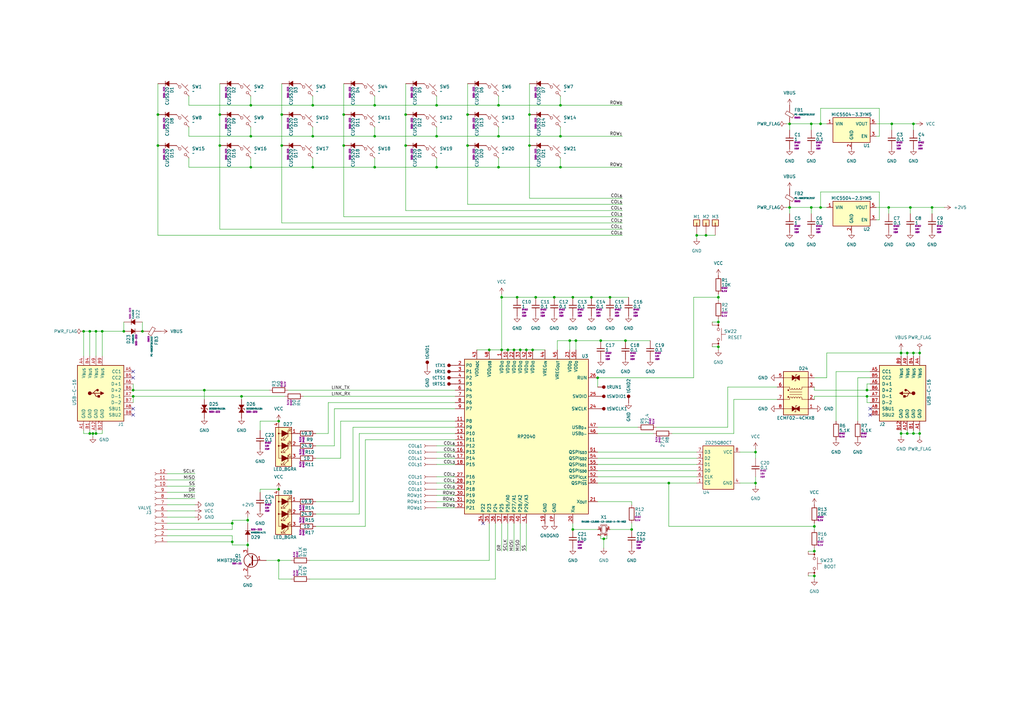
<source format=kicad_sch>
(kicad_sch (version 20231120) (generator "eeschema") (generator_version "8.0")
  (paper "A3")
  (junction (at 256.54 139.7))
  (junction (at 200.66 143.51))
  (junction (at 205.74 143.51))
  (junction (at 128.27 43.18))
  (junction (at 208.28 143.51))
  (junction (at 242.57 121.92))
  (junction (at 101.6 223.52))
  (junction (at 212.09 121.92))
  (junction (at 246.38 139.7))
  (junction (at 372.11 177.8))
  (junction (at 204.47 43.18))
  (junction (at 114.3 200.66))
  (junction (at 38.1 177.8))
  (junction (at 334.01 226.06))
  (junction (at 218.44 143.51))
  (junction (at 234.95 121.92))
  (junction (at 369.57 144.78))
  (junction (at 355.6 162.56))
  (junction (at 39.37 177.8))
  (junction (at 64.77 46.99))
  (junction (at 309.88 185.42))
  (junction (at 179.07 43.18))
  (junction (at 210.82 143.51))
  (junction (at 374.65 144.78))
  (junction (at 323.85 85.09))
  (junction (at 140.97 46.99))
  (junction (at 36.83 177.8))
  (junction (at 374.65 50.8))
  (junction (at 274.32 198.12))
  (junction (at 140.97 59.69))
  (junction (at 217.17 46.99))
  (junction (at 191.77 46.99))
  (junction (at 204.47 55.88))
  (junction (at 229.87 43.18))
  (junction (at 204.47 68.58))
  (junction (at 90.17 59.69))
  (junction (at 294.64 121.92))
  (junction (at 166.37 46.99))
  (junction (at 179.07 55.88))
  (junction (at 259.08 217.17))
  (junction (at 101.6 213.36))
  (junction (at 247.65 220.98))
  (junction (at 41.91 135.89))
  (junction (at 233.68 139.7))
  (junction (at 382.27 85.09))
  (junction (at 39.37 135.89))
  (junction (at 115.57 59.69))
  (junction (at 99.06 162.56))
  (junction (at 102.87 55.88))
  (junction (at 153.67 43.18))
  (junction (at 213.36 143.51))
  (junction (at 245.11 154.94))
  (junction (at 227.33 121.92))
  (junction (at 215.9 143.51))
  (junction (at 365.76 50.8))
  (junction (at 336.55 50.8))
  (junction (at 285.75 96.52))
  (junction (at 355.6 160.02))
  (junction (at 309.88 198.12))
  (junction (at 90.17 46.99))
  (junction (at 334.01 215.9))
  (junction (at 83.82 160.02))
  (junction (at 114.3 229.87))
  (junction (at 58.42 135.89))
  (junction (at 364.49 85.09))
  (junction (at 219.71 121.92))
  (junction (at 236.22 139.7))
  (junction (at 234.95 217.17))
  (junction (at 374.65 177.8))
  (junction (at 294.64 142.24))
  (junction (at 191.77 59.69))
  (junction (at 336.55 85.09))
  (junction (at 377.19 144.78))
  (junction (at 217.17 59.69))
  (junction (at 323.85 50.8))
  (junction (at 179.07 68.58))
  (junction (at 373.38 85.09))
  (junction (at 128.27 55.88))
  (junction (at 377.19 177.8))
  (junction (at 372.11 144.78))
  (junction (at 115.57 46.99))
  (junction (at 95.25 214.63))
  (junction (at 34.29 135.89))
  (junction (at 294.64 132.08))
  (junction (at 229.87 55.88))
  (junction (at 114.3 172.72))
  (junction (at 50.8 135.89))
  (junction (at 64.77 59.69))
  (junction (at 128.27 68.58))
  (junction (at 250.19 121.92))
  (junction (at 102.87 68.58))
  (junction (at 334.01 236.22))
  (junction (at 332.74 85.09))
  (junction (at 205.74 121.92))
  (junction (at 54.61 162.56))
  (junction (at 54.61 160.02))
  (junction (at 166.37 59.69))
  (junction (at 95.25 222.25))
  (junction (at 289.56 96.52))
  (junction (at 332.74 50.8))
  (junction (at 153.67 68.58))
  (junction (at 229.87 68.58))
  (junction (at 102.87 43.18))
  (junction (at 36.83 135.89))
  (junction (at 153.67 55.88))
  (junction (at 369.57 177.8))
  (no_connect (at 54.61 167.64))
  (no_connect (at 198.12 214.63))
  (no_connect (at 356.87 167.64))
  (no_connect (at 356.87 170.18))
  (no_connect (at 54.61 152.4))
  (no_connect (at 54.61 154.94))
  (no_connect (at 54.61 170.18))
  (wire (pts (xy 204.47 68.58) (xy 229.87 68.58)))
  (wire (pts (xy 298.45 158.75) (xy 298.45 175.26)))
  (wire (pts (xy 334.01 162.56) (xy 355.6 162.56)))
  (wire (pts (xy 245.11 190.5) (xy 285.75 190.5)))
  (wire (pts (xy 54.61 157.48) (xy 54.61 160.02)))
  (wire (pts (xy 245.11 185.42) (xy 285.75 185.42)))
  (wire (pts (xy 360.68 78.74) (xy 336.55 78.74)))
  (wire (pts (xy 38.1 177.8) (xy 38.1 179.07)))
  (wire (pts (xy 233.68 139.7) (xy 233.68 143.51)))
  (wire (pts (xy 80.01 207.01) (xy 68.58 207.01)))
  (wire (pts (xy 205.74 120.65) (xy 205.74 121.92)))
  (wire (pts (xy 147.32 177.8) (xy 186.69 177.8)))
  (wire (pts (xy 137.16 167.64) (xy 186.69 167.64)))
  (wire (pts (xy 153.67 55.88) (xy 179.07 55.88)))
  (wire (pts (xy 246.38 139.7) (xy 256.54 139.7)))
  (wire (pts (xy 128.27 52.07) (xy 128.27 55.88)))
  (wire (pts (xy 205.74 121.92) (xy 212.09 121.92)))
  (wire (pts (xy 342.9 152.4) (xy 356.87 152.4)))
  (wire (pts (xy 106.68 172.72) (xy 114.3 172.72)))
  (wire (pts (xy 355.6 160.02) (xy 356.87 160.02)))
  (wire (pts (xy 83.82 160.02) (xy 54.61 160.02)))
  (wire (pts (xy 166.37 34.29) (xy 166.37 46.99)))
  (wire (pts (xy 374.65 50.8) (xy 374.65 53.34)))
  (wire (pts (xy 101.6 223.52) (xy 101.6 224.79)))
  (wire (pts (xy 90.17 46.99) (xy 90.17 59.69)))
  (wire (pts (xy 377.19 177.8) (xy 377.19 176.53)))
  (wire (pts (xy 50.8 132.08) (xy 50.8 135.89)))
  (wire (pts (xy 102.87 55.88) (xy 128.27 55.88)))
  (wire (pts (xy 41.91 135.89) (xy 50.8 135.89)))
  (wire (pts (xy 119.38 229.87) (xy 114.3 229.87)))
  (wire (pts (xy 140.97 59.69) (xy 140.97 88.9)))
  (wire (pts (xy 217.17 34.29) (xy 217.17 46.99)))
  (wire (pts (xy 351.79 154.94) (xy 351.79 172.72)))
  (wire (pts (xy 144.78 175.26) (xy 144.78 205.74)))
  (wire (pts (xy 300.99 163.83) (xy 318.77 163.83)))
  (wire (pts (xy 245.11 187.96) (xy 285.75 187.96)))
  (wire (pts (xy 336.55 50.8) (xy 339.09 50.8)))
  (wire (pts (xy 179.07 187.96) (xy 186.69 187.96)))
  (wire (pts (xy 95.25 217.17) (xy 68.58 217.17)))
  (wire (pts (xy 153.67 68.58) (xy 179.07 68.58)))
  (wire (pts (xy 64.77 46.99) (xy 64.77 59.69)))
  (wire (pts (xy 259.08 205.74) (xy 245.11 205.74)))
  (wire (pts (xy 284.48 154.94) (xy 245.11 154.94)))
  (wire (pts (xy 102.87 43.18) (xy 128.27 43.18)))
  (wire (pts (xy 115.57 34.29) (xy 115.57 46.99)))
  (wire (pts (xy 245.11 154.94) (xy 245.11 158.75)))
  (wire (pts (xy 102.87 39.37) (xy 102.87 43.18)))
  (wire (pts (xy 355.6 162.56) (xy 355.6 165.1)))
  (wire (pts (xy 359.41 85.09) (xy 364.49 85.09)))
  (wire (pts (xy 204.47 43.18) (xy 229.87 43.18)))
  (wire (pts (xy 336.55 85.09) (xy 339.09 85.09)))
  (wire (pts (xy 322.58 85.09) (xy 323.85 85.09)))
  (wire (pts (xy 334.01 158.75) (xy 334.01 160.02)))
  (wire (pts (xy 153.67 43.18) (xy 179.07 43.18)))
  (wire (pts (xy 34.29 177.8) (xy 36.83 177.8)))
  (wire (pts (xy 372.11 177.8) (xy 374.65 177.8)))
  (wire (pts (xy 179.07 182.88) (xy 186.69 182.88)))
  (wire (pts (xy 39.37 176.53) (xy 39.37 177.8)))
  (wire (pts (xy 166.37 46.99) (xy 166.37 59.69)))
  (wire (pts (xy 294.64 121.92) (xy 284.48 121.92)))
  (wire (pts (xy 64.77 96.52) (xy 255.27 96.52)))
  (wire (pts (xy 303.53 198.12) (xy 309.88 198.12)))
  (wire (pts (xy 119.38 237.49) (xy 114.3 237.49)))
  (wire (pts (xy 247.65 220.98) (xy 247.65 224.79)))
  (wire (pts (xy 204.47 39.37) (xy 204.47 43.18)))
  (wire (pts (xy 204.47 52.07) (xy 204.47 55.88)))
  (wire (pts (xy 134.62 177.8) (xy 129.54 177.8)))
  (wire (pts (xy 364.49 85.09) (xy 364.49 87.63)))
  (wire (pts (xy 373.38 85.09) (xy 373.38 87.63)))
  (wire (pts (xy 323.85 85.09) (xy 332.74 85.09)))
  (wire (pts (xy 334.01 160.02) (xy 355.6 160.02)))
  (wire (pts (xy 303.53 185.42) (xy 309.88 185.42)))
  (wire (pts (xy 204.47 64.77) (xy 204.47 68.58)))
  (wire (pts (xy 219.71 121.92) (xy 212.09 121.92)))
  (wire (pts (xy 336.55 50.8) (xy 332.74 50.8)))
  (wire (pts (xy 294.64 143.51) (xy 294.64 142.24)))
  (wire (pts (xy 179.07 203.2) (xy 186.69 203.2)))
  (wire (pts (xy 259.08 207.01) (xy 259.08 205.74)))
  (wire (pts (xy 228.6 139.7) (xy 233.68 139.7)))
  (wire (pts (xy 294.64 121.92) (xy 294.64 123.19)))
  (wire (pts (xy 139.7 187.96) (xy 129.54 187.96)))
  (wire (pts (xy 229.87 39.37) (xy 229.87 43.18)))
  (wire (pts (xy 101.6 213.36) (xy 95.25 213.36)))
  (wire (pts (xy 90.17 34.29) (xy 90.17 46.99)))
  (wire (pts (xy 298.45 175.26) (xy 269.24 175.26)))
  (wire (pts (xy 342.9 152.4) (xy 342.9 172.72)))
  (wire (pts (xy 323.85 85.09) (xy 323.85 87.63)))
  (wire (pts (xy 179.07 208.28) (xy 186.69 208.28)))
  (wire (pts (xy 359.41 50.8) (xy 365.76 50.8)))
  (wire (pts (xy 332.74 50.8) (xy 332.74 53.34)))
  (wire (pts (xy 77.47 55.88) (xy 102.87 55.88)))
  (wire (pts (xy 242.57 121.92) (xy 234.95 121.92)))
  (wire (pts (xy 339.09 154.94) (xy 334.01 154.94)))
  (wire (pts (xy 309.88 199.39) (xy 309.88 198.12)))
  (wire (pts (xy 339.09 144.78) (xy 339.09 154.94)))
  (wire (pts (xy 36.83 177.8) (xy 38.1 177.8)))
  (wire (pts (xy 153.67 39.37) (xy 153.67 43.18)))
  (wire (pts (xy 147.32 177.8) (xy 147.32 210.82)))
  (wire (pts (xy 140.97 46.99) (xy 140.97 59.69)))
  (wire (pts (xy 292.1 142.24) (xy 294.64 142.24)))
  (wire (pts (xy 36.83 176.53) (xy 36.83 177.8)))
  (wire (pts (xy 300.99 177.8) (xy 275.59 177.8)))
  (wire (pts (xy 195.58 143.51) (xy 200.66 143.51)))
  (wire (pts (xy 213.36 143.51) (xy 215.9 143.51)))
  (wire (pts (xy 245.11 193.04) (xy 285.75 193.04)))
  (wire (pts (xy 186.69 165.1) (xy 134.62 165.1)))
  (wire (pts (xy 39.37 177.8) (xy 41.91 177.8)))
  (wire (pts (xy 309.88 184.15) (xy 309.88 185.42)))
  (wire (pts (xy 101.6 212.09) (xy 101.6 213.36)))
  (wire (pts (xy 115.57 91.44) (xy 255.27 91.44)))
  (wire (pts (xy 64.77 34.29) (xy 64.77 46.99)))
  (wire (pts (xy 106.68 172.72) (xy 106.68 176.53)))
  (wire (pts (xy 115.57 59.69) (xy 115.57 91.44)))
  (wire (pts (xy 80.01 199.39) (xy 68.58 199.39)))
  (wire (pts (xy 285.75 97.79) (xy 285.75 96.52)))
  (wire (pts (xy 233.68 139.7) (xy 236.22 139.7)))
  (wire (pts (xy 114.3 237.49) (xy 114.3 229.87)))
  (wire (pts (xy 200.66 143.51) (xy 205.74 143.51)))
  (wire (pts (xy 205.74 121.92) (xy 205.74 143.51)))
  (wire (pts (xy 215.9 226.06) (xy 215.9 214.63)))
  (wire (pts (xy 365.76 50.8) (xy 365.76 53.34)))
  (wire (pts (xy 41.91 146.05) (xy 41.91 135.89)))
  (wire (pts (xy 99.06 162.56) (xy 116.84 162.56)))
  (wire (pts (xy 229.87 43.18) (xy 255.27 43.18)))
  (wire (pts (xy 236.22 139.7) (xy 236.22 143.51)))
  (wire (pts (xy 236.22 139.7) (xy 246.38 139.7)))
  (wire (pts (xy 95.25 213.36) (xy 95.25 214.63)))
  (wire (pts (xy 80.01 212.09) (xy 68.58 212.09)))
  (wire (pts (xy 247.65 220.98) (xy 246.38 220.98)))
  (wire (pts (xy 179.07 68.58) (xy 204.47 68.58)))
  (wire (pts (xy 322.58 50.8) (xy 323.85 50.8)))
  (wire (pts (xy 245.11 175.26) (xy 261.62 175.26)))
  (wire (pts (xy 356.87 165.1) (xy 355.6 165.1)))
  (wire (pts (xy 115.57 46.99) (xy 115.57 59.69)))
  (wire (pts (xy 229.87 55.88) (xy 255.27 55.88)))
  (wire (pts (xy 218.44 143.51) (xy 223.52 143.51)))
  (wire (pts (xy 95.25 222.25) (xy 68.58 222.25)))
  (wire (pts (xy 191.77 59.69) (xy 191.77 83.82)))
  (wire (pts (xy 372.11 144.78) (xy 374.65 144.78)))
  (wire (pts (xy 140.97 88.9) (xy 255.27 88.9)))
  (wire (pts (xy 77.47 39.37) (xy 77.47 43.18)))
  (wire (pts (xy 128.27 68.58) (xy 153.67 68.58)))
  (wire (pts (xy 257.81 121.92) (xy 250.19 121.92)))
  (wire (pts (xy 179.07 200.66) (xy 186.69 200.66)))
  (wire (pts (xy 54.61 162.56) (xy 99.06 162.56)))
  (wire (pts (xy 147.32 210.82) (xy 129.54 210.82)))
  (wire (pts (xy 364.49 85.09) (xy 373.38 85.09)))
  (wire (pts (xy 128.27 43.18) (xy 153.67 43.18)))
  (wire (pts (xy 250.19 121.92) (xy 242.57 121.92)))
  (wire (pts (xy 360.68 90.17) (xy 359.41 90.17)))
  (wire (pts (xy 213.36 226.06) (xy 213.36 214.63)))
  (wire (pts (xy 179.07 43.18) (xy 204.47 43.18)))
  (wire (pts (xy 217.17 81.28) (xy 255.27 81.28)))
  (wire (pts (xy 124.46 162.56) (xy 186.69 162.56)))
  (wire (pts (xy 38.1 177.8) (xy 39.37 177.8)))
  (wire (pts (xy 259.08 217.17) (xy 259.08 214.63)))
  (wire (pts (xy 369.57 177.8) (xy 372.11 177.8)))
  (wire (pts (xy 200.66 229.87) (xy 127 229.87)))
  (wire (pts (xy 332.74 85.09) (xy 332.74 87.63)))
  (wire (pts (xy 309.88 198.12) (xy 309.88 195.58)))
  (wire (pts (xy 149.86 180.34) (xy 186.69 180.34)))
  (wire (pts (xy 217.17 59.69) (xy 217.17 81.28)))
  (wire (pts (xy 128.27 64.77) (xy 128.27 68.58)))
  (wire (pts (xy 90.17 59.69) (xy 90.17 93.98)))
  (wire (pts (xy 285.75 96.52) (xy 289.56 96.52)))
  (wire (pts (xy 139.7 172.72) (xy 139.7 187.96)))
  (wire (pts (xy 191.77 83.82) (xy 255.27 83.82)))
  (wire (pts (xy 234.95 214.63) (xy 234.95 217.17)))
  (wire (pts (xy 245.11 198.12) (xy 274.32 198.12)))
  (wire (pts (xy 369.57 177.8) (xy 369.57 176.53)))
  (wire (pts (xy 374.65 144.78) (xy 374.65 146.05)))
  (wire (pts (xy 234.95 121.92) (xy 227.33 121.92)))
  (wire (pts (xy 80.01 209.55) (xy 68.58 209.55)))
  (wire (pts (xy 95.25 219.71) (xy 68.58 219.71)))
  (wire (pts (xy 377.19 177.8) (xy 377.19 179.07)))
  (wire (pts (xy 294.64 120.65) (xy 294.64 121.92)))
  (wire (pts (xy 229.87 68.58) (xy 255.27 68.58)))
  (wire (pts (xy 323.85 50.8) (xy 323.85 53.34)))
  (wire (pts (xy 179.07 55.88) (xy 204.47 55.88)))
  (wire (pts (xy 179.07 190.5) (xy 186.69 190.5)))
  (wire (pts (xy 80.01 196.85) (xy 68.58 196.85)))
  (wire (pts (xy 215.9 143.51) (xy 218.44 143.51)))
  (wire (pts (xy 228.6 143.51) (xy 228.6 139.7)))
  (wire (pts (xy 372.11 144.78) (xy 372.11 146.05)))
  (wire (pts (xy 208.28 226.06) (xy 208.28 214.63)))
  (wire (pts (xy 153.67 52.07) (xy 153.67 55.88)))
  (wire (pts (xy 250.19 217.17) (xy 259.08 217.17)))
  (wire (pts (xy 102.87 52.07) (xy 102.87 55.88)))
  (wire (pts (xy 149.86 215.9) (xy 129.54 215.9)))
  (wire (pts (xy 95.25 222.25) (xy 95.25 223.52)))
  (wire (pts (xy 365.76 50.8) (xy 374.65 50.8)))
  (wire (pts (xy 382.27 85.09) (xy 387.35 85.09)))
  (wire (pts (xy 356.87 157.48) (xy 355.6 157.48)))
  (wire (pts (xy 179.07 185.42) (xy 186.69 185.42)))
  (wire (pts (xy 128.27 55.88) (xy 153.67 55.88)))
  (wire (pts (xy 137.16 182.88) (xy 129.54 182.88)))
  (wire (pts (xy 227.33 121.92) (xy 219.71 121.92)))
  (wire (pts (xy 331.47 236.22) (xy 334.01 236.22)))
  (wire (pts (xy 137.16 167.64) (xy 137.16 182.88)))
  (wire (pts (xy 179.07 198.12) (xy 186.69 198.12)))
  (wire (pts (xy 179.07 205.74) (xy 186.69 205.74)))
  (wire (pts (xy 245.11 195.58) (xy 285.75 195.58)))
  (wire (pts (xy 246.38 219.71) (xy 246.38 220.98)))
  (wire (pts (xy 54.61 162.56) (xy 54.61 165.1)))
  (wire (pts (xy 101.6 223.52) (xy 95.25 223.52)))
  (wire (pts (xy 292.1 132.08) (xy 294.64 132.08)))
  (wire (pts (xy 36.83 135.89) (xy 39.37 135.89)))
  (wire (pts (xy 64.77 59.69) (xy 64.77 96.52)))
  (wire (pts (xy 102.87 68.58) (xy 128.27 68.58)))
  (wire (pts (xy 369.57 143.51) (xy 369.57 144.78)))
  (wire (pts (xy 332.74 85.09) (xy 336.55 85.09)))
  (wire (pts (xy 336.55 78.74) (xy 336.55 85.09)))
  (wire (pts (xy 34.29 146.05) (xy 34.29 135.89)))
  (wire (pts (xy 229.87 64.77) (xy 229.87 68.58)))
  (wire (pts (xy 149.86 180.34) (xy 149.86 215.9)))
  (wire (pts (xy 205.74 226.06) (xy 205.74 214.63)))
  (wire (pts (xy 34.29 135.89) (xy 36.83 135.89)))
  (wire (pts (xy 80.01 194.31) (xy 68.58 194.31)))
  (wire (pts (xy 369.57 179.07) (xy 369.57 177.8)))
  (wire (pts (xy 153.67 64.77) (xy 153.67 68.58)))
  (wire (pts (xy 101.6 222.25) (xy 101.6 223.52)))
  (wire (pts (xy 377.19 144.78) (xy 377.19 146.05)))
  (wire (pts (xy 374.65 144.78) (xy 377.19 144.78)))
  (wire (pts (xy 360.68 55.88) (xy 360.68 44.45)))
  (wire (pts (xy 106.68 200.66) (xy 114.3 200.66)))
  (wire (pts (xy 179.07 39.37) (xy 179.07 43.18)))
  (wire (pts (xy 355.6 162.56) (xy 356.87 162.56)))
  (wire (pts (xy 229.87 52.07) (xy 229.87 55.88)))
  (wire (pts (xy 179.07 64.77) (xy 179.07 68.58)))
  (wire (pts (xy 95.25 219.71) (xy 95.25 222.25)))
  (wire (pts (xy 83.82 160.02) (xy 83.82 163.83)))
  (wire (pts (xy 36.83 146.05) (xy 36.83 135.89)))
  (wire (pts (xy 355.6 157.48) (xy 355.6 160.02)))
  (wire (pts (xy 99.06 162.56) (xy 99.06 163.83)))
  (wire (pts (xy 369.57 144.78) (xy 372.11 144.78)))
  (wire (pts (xy 90.17 93.98) (xy 255.27 93.98)))
  (wire (pts (xy 248.92 220.98) (xy 247.65 220.98)))
  (wire (pts (xy 382.27 85.09) (xy 373.38 85.09)))
  (wire (pts (xy 186.69 175.26) (xy 144.78 175.26)))
  (wire (pts (xy 334.01 226.06) (xy 334.01 224.79)))
  (wire (pts (xy 369.57 144.78) (xy 369.57 146.05)))
  (wire (pts (xy 186.69 172.72) (xy 139.7 172.72)))
  (wire (pts (xy 334.01 237.49) (xy 334.01 236.22)))
  (wire (pts (xy 210.82 226.06) (xy 210.82 214.63)))
  (wire (pts (xy 284.48 121.92) (xy 284.48 154.94)))
  (wire (pts (xy 41.91 176.53) (xy 41.91 177.8)))
  (wire (pts (xy 191.77 34.29) (xy 191.77 46.99)))
  (wire (pts (xy 80.01 204.47) (xy 68.58 204.47)))
  (wire (pts (xy 374.65 50.8) (xy 375.92 50.8)))
  (wire (pts (xy 334.01 214.63) (xy 334.01 215.9)))
  (wire (pts (xy 102.87 64.77) (xy 102.87 68.58)))
  (wire (pts (xy 356.87 154.94) (xy 351.79 154.94)))
  (wire (pts (xy 294.64 132.08) (xy 294.64 130.81)))
  (wire (pts (xy 256.54 139.7) (xy 266.7 139.7)))
  (wire (pts (xy 77.47 64.77) (xy 77.47 68.58)))
  (wire (pts (xy 360.68 44.45) (xy 336.55 44.45)))
  (wire (pts (xy 179.07 52.07) (xy 179.07 55.88)))
  (wire (pts (xy 234.95 217.17) (xy 245.11 217.17)))
  (wire (pts (xy 39.37 135.89) (xy 41.91 135.89)))
  (wire (pts (xy 191.77 46.99) (xy 191.77 59.69)))
  (wire (pts (xy 334.01 215.9) (xy 274.32 215.9)))
  (wire (pts (xy 359.41 55.88) (xy 360.68 55.88)))
  (wire (pts (xy 369.57 144.78) (xy 339.09 144.78)))
  (wire (pts (xy 248.92 219.71) (xy 248.92 220.98)))
  (wire (pts (xy 77.47 43.18) (xy 102.87 43.18)))
  (wire (pts (xy 382.27 87.63) (xy 382.27 85.09)))
  (wire (pts (xy 374.65 177.8) (xy 377.19 177.8)))
  (wire (pts (xy 336.55 44.45) (xy 336.55 50.8)))
  (wire (pts (xy 200.66 229.87) (xy 200.66 214.63)))
  (wire (pts (xy 372.11 177.8) (xy 372.11 176.53)))
  (wire (pts (xy 39.37 146.05) (xy 39.37 135.89)))
  (wire (pts (xy 166.37 86.36) (xy 255.27 86.36)))
  (wire (pts (xy 203.2 237.49) (xy 203.2 214.63)))
  (wire (pts (xy 80.01 201.93) (xy 68.58 201.93)))
  (wire (pts (xy 114.3 229.87) (xy 109.22 229.87)))
  (wire (pts (xy 208.28 143.51) (xy 210.82 143.51)))
  (wire (pts (xy 274.32 198.12) (xy 285.75 198.12)))
  (wire (pts (xy 58.42 132.08) (xy 58.42 135.89)))
  (wire (pts (xy 245.11 177.8) (xy 267.97 177.8)))
  (wire (pts (xy 309.88 185.42) (xy 309.88 187.96)))
  (wire (pts (xy 298.45 158.75) (xy 318.77 158.75)))
  (wire (pts (xy 334.01 162.56) (xy 334.01 163.83)))
  (wire (pts (xy 289.56 96.52) (xy 293.37 96.52)))
  (wire (pts (xy 377.19 144.78) (xy 377.19 143.51)))
  (wire (pts (xy 134.62 165.1) (xy 134.62 177.8)))
  (wire (pts (xy 95.25 214.63) (xy 95.25 217.17)))
  (wire (pts (xy 203.2 237.49) (xy 127 237.49)))
  (wire (pts (xy 210.82 143.51) (xy 213.36 143.51)))
  (wire (pts (xy 128.27 39.37) (xy 128.27 43.18)))
  (wire (pts (xy 166.37 59.69) (xy 166.37 86.36)))
  (wire (pts (xy 360.68 78.74) (xy 360.68 90.17)))
  (wire (pts (xy 106.68 200.66) (xy 106.68 201.93)))
  (wire (pts (xy 274.32 198.12) (xy 274.32 215.9)))
  (wire (pts (xy 118.11 160.02) (xy 186.69 160.02)))
  (wire (pts (xy 144.78 205.74) (xy 129.54 205.74)))
  (wire (pts (xy 331.47 226.06) (xy 334.01 226.06)))
  (wire (pts (xy 205.74 143.51) (xy 208.28 143.51)))
  (wire (pts (xy 217.17 46.99) (xy 217.17 59.69)))
  (wire (pts (xy 204.47 55.88) (xy 229.87 55.88)))
  (wire (pts (xy 374.65 177.8) (xy 374.65 176.53)))
  (wire (pts (xy 334.01 215.9) (xy 334.01 217.17)))
  (wire (pts (xy 101.6 213.36) (xy 101.6 214.63)))
  (wire (pts (xy 77.47 68.58) (xy 102.87 68.58)))
  (wire (pts (xy 34.29 176.53) (xy 34.29 177.8)))
  (wire (pts (xy 323.85 50.8) (xy 332.74 50.8)))
  (wire (pts (xy 77.47 52.07) (xy 77.47 55.88)))
  (wire (pts (xy 140.97 34.29) (xy 140.97 46.99)))
  (wire (pts (xy 179.07 195.58) (xy 186.69 195.58)))
  (wire (pts (xy 95.25 214.63) (xy 68.58 214.63)))
  (wire (pts (xy 300.99 163.83) (xy 300.99 177.8)))
  (wire (pts (xy 110.49 160.02) (xy 83.82 160.02)))
  (label "DR" (at 205.74 226.06 90))
  (label "COL_{5}" (at 186.69 185.42 180))
  (label "ROW_{0}" (at 186.69 208.28 180))
  (label "ROW_{1}" (at 186.69 205.74 180))
  (label "COL_{4}" (at 186.69 187.96 180))
  (label "DR" (at 80.01 201.93 180))
  (label "COL_{4}" (at 255.27 86.36 180))
  (label "COL_{6}" (at 255.27 81.28 180))
  (label "COL_{0}" (at 255.27 96.52 180))
  (label "SS" (at 215.9 226.06 90))
  (label "COL_{1}" (at 255.27 93.98 180))
  (label "MOSI" (at 210.82 226.06 90))
  (label "LINK_RX" (at 135.89 162.56 0))
  (label "SCLK" (at 208.28 226.06 90))
  (label "COL_{1}" (at 186.69 198.12 180))
  (label "COL_{2}" (at 255.27 91.44 180))
  (label "LINK_TX" (at 135.89 160.02 0))
  (label "COL_{2}" (at 186.69 195.58 180))
  (label "COL_{5}" (at 255.27 83.82 180))
  (label "ROW_{2}" (at 255.27 68.58 180))
  (label "COL_{3}" (at 255.27 88.9 180))
  (label "ROW_{2}" (at 186.69 203.2 180))
  (label "MISO" (at 80.01 196.85 180))
  (label "ROW_{1}" (at 255.27 55.88 180))
  (label "COL_{3}" (at 186.69 190.5 180))
  (label "MISO" (at 213.36 226.06 90))
  (label "SS" (at 80.01 199.39 180))
  (label "COL_{6}" (at 186.69 182.88 180))
  (label "COL_{0}" (at 186.69 200.66 180))
  (label "MOSI" (at 80.01 204.47 180))
  (label "SCLK" (at 80.01 194.31 180))
  (label "ROW_{0}" (at 255.27 43.18 180))
  (symbol (lib_id "amosis:FB") (at 62.23 135.89 270) (unit 1)
    (property "Reference" "FB3" (at 64.135 137.795 0) (effects (justify left)))
    (property "Value" "PE-0603FB121ST" (at 62.23 137.795 0) (effects (font (size 0.63 0.63)) (justify left)))
    (property "Footprint" "fp:L_0603" (effects (hide yes)))
    (property "Description" "Ferrite bead, small symbol" (effects (hide yes)))
    (property "Package" "0603" (at 60.96 137.795 0) (effects (font (size 0.635 0.635)) (justify left)))
  )
  (symbol (lib_id "power:GND") (at 318.77 154.94 270) (unit 1)
    (property "Reference" "#PWR033" (effects (hide yes)))
    (property "Value" "GND" (at 314.96 154.94 90) (effects (justify right)))
    (property "Description" "Power symbol creates a global label with name \"GND\" , ground" (effects (hide yes)))
  )
  (symbol (lib_id "power:GND") (at 106.68 184.15 0) (unit 1)
    (property "Reference" "#PWR059" (effects (hide yes)))
    (property "Value" "GND" (at 106.68 189.23 0))
    (property "Description" "Power symbol creates a global label with name \"GND\" , ground" (effects (hide yes)))
  )
  (symbol (lib_id "amosis:C") (at 212.09 125.73 0) (unit 1)
    (property "Reference" "C10" (at 213.995 123.825 0) (effects (justify left)))
    (property "Value" "1" (at 213.995 125.73 0) (effects (justify left)))
    (property "Footprint" "fp:C_0402" (effects (hide yes)))
    (property "Tempco" "X5R" (at 213.995 129.54 0) (effects (font (size 0.63 0.63)) (justify left)))
    (property "Voltage" "10V" (at 213.995 128.27 0) (effects (font (size 0.63 0.63)) (justify left)))
    (property "Package" "0402" (at 213.995 127 0) (effects (font (size 0.635 0.635)) (justify left)))
  )
  (symbol (lib_id "amosis:SW_Push_45deg") (at 125.73 49.53 0) (unit 1)
    (property "Reference" "SW10" (at 129.54 48.26 0) (effects (justify left)))
    (property "Value" "~" (at 129.54 50.165 0) (effects (justify left)))
    (property "Footprint" "fp:SW_Cherry_MX1A_1.00u_Plate_Centered" (effects (hide yes)))
  )
  (symbol (lib_id "amosis:SW_Push_45deg") (at 176.53 36.83 0) (unit 1)
    (property "Reference" "SW5" (at 180.34 35.56 0) (effects (justify left)))
    (property "Value" "~" (at 180.34 37.465 0) (effects (justify left)))
    (property "Footprint" "fp:SW_Cherry_MX1A_1.00u_Plate_Centered" (effects (hide yes)))
  )
  (symbol (lib_id "amosis:C") (at 234.95 220.98 0) (unit 1)
    (property "Reference" "C21" (at 236.855 219.075 0) (effects (justify left)))
    (property "Value" "14p" (at 236.855 220.98 0) (effects (justify left)))
    (property "Footprint" "fp:C_0402" (effects (hide yes)))
    (property "Tempco" "X5R" (at 236.855 224.79 0) (effects (font (size 0.63 0.63)) (justify left)))
    (property "Voltage" "10V" (at 236.855 223.52 0) (effects (font (size 0.63 0.63)) (justify left)))
    (property "Package" "0402" (at 236.855 222.25 0) (effects (font (size 0.635 0.635)) (justify left)))
  )
  (symbol (lib_id "amosis:R") (at 294.64 127 0) (unit 1)
    (property "Reference" "R2" (at 295.91 125.095 0) (effects (justify left)))
    (property "Value" "1K" (at 295.91 127 0) (effects (justify left)))
    (property "Footprint" "fp:R_0402" (effects (hide yes)))
    (property "Package" "0402" (at 295.91 128.27 0) (effects (font (size 0.63 0.63)) (justify left)))
    (property "Power" "0.1W" (at 295.91 129.54 0) (effects (font (size 0.63 0.63)) (justify left)))
  )
  (symbol (lib_id "power:GND") (at 234.95 129.54 0) (unit 1)
    (property "Reference" "#PWR022" (effects (hide yes)))
    (property "Value" "GND" (at 234.95 134.62 0))
    (property "Description" "Power symbol creates a global label with name \"GND\" , ground" (effects (hide yes)))
  )
  (symbol (lib_id "power:VBUS") (at 369.57 143.51 0) (unit 1)
    (property "Reference" "#PWR028" (effects (hide yes)))
    (property "Value" "VBUS" (at 369.57 138.43 0))
    (property "Description" "Power symbol creates a global label with name \"VBUS\"" (effects (hide yes)))
  )
  (symbol (lib_id "amosis:D") (at 54.61 132.08 270) (mirror x) (unit 1)
    (property "Reference" "D22" (at 56.515 130.81 0) (effects (justify left)))
    (property "Value" "CUS520" (at 54.61 130.81 0) (effects (font (size 0.63 0.63)) (justify left)))
    (property "Footprint" "fp:SOD-323" (effects (hide yes)))
    (property "Package" "SOD-323" (at 53.34 130.81 0) (effects (font (size 0.635 0.635)) (justify left)))
  )
  (symbol (lib_id "power:GND") (at 382.27 95.25 0) (unit 1)
    (property "Reference" "#PWR015" (effects (hide yes)))
    (property "Value" "GND" (at 382.27 100.33 0))
    (property "Description" "Power symbol creates a global label with name \"GND\" , ground" (effects (hide yes)))
  )
  (symbol (lib_id "power:VCC") (at 205.74 120.65 0) (unit 1)
    (property "Reference" "#PWR018" (effects (hide yes)))
    (property "Value" "VCC" (at 205.74 115.57 0))
    (property "Description" "Power symbol creates a global label with name \"VCC\"" (effects (hide yes)))
  )
  (symbol (lib_id "amosis:D") (at 119.38 59.69 270) (unit 1)
    (property "Reference" "D17" (at 121.285 60.96 0) (effects (justify left)))
    (property "Value" "CUS520" (at 119.38 60.96 0) (effects (justify left)))
    (property "Footprint" "fp:SOD-323" (effects (hide yes)))
    (property "Package" "SOD-323" (at 118.11 60.96 0) (effects (font (size 0.635 0.635)) (justify left)))
  )
  (symbol (lib_id "power:GND") (at 101.6 234.95 0) (mirror y) (unit 1)
    (property "Reference" "#PWR057" (effects (hide yes)))
    (property "Value" "GND" (at 101.6 240.03 0))
    (property "Description" "Power symbol creates a global label with name \"GND\" , ground" (effects (hide yes)))
  )
  (symbol (lib_id "amosis:MountingHole") (at 285.75 91.44 0) (unit 1)
    (property "Reference" "M1" (at 285.75 88.9 0))
    (property "Value" "GND" (effects (hide yes)))
    (property "Footprint" "fp:MountingHole_M2_Pad" (effects (hide yes)))
  )
  (symbol (lib_id "amosis:SW_Push_45deg") (at 74.93 49.53 0) (unit 1)
    (property "Reference" "SW8" (at 78.74 48.26 0) (effects (justify left)))
    (property "Value" "~" (at 78.74 50.165 0) (effects (justify left)))
    (property "Footprint" "fp:SW_Cherry_MX1A_1.00u_Plate_Centered" (effects (hide yes)))
  )
  (symbol (lib_id "power:GND") (at 83.82 171.45 0) (unit 1)
    (property "Reference" "#PWR037" (effects (hide yes)))
    (property "Value" "GND" (at 83.82 176.53 0))
    (property "Description" "Power symbol creates a global label with name \"GND\" , ground" (effects (hide yes)))
  )
  (symbol (lib_id "amosis:R") (at 351.79 176.53 0) (unit 1)
    (property "Reference" "R7" (at 353.06 174.625 0) (effects (justify left)))
    (property "Value" "5.1K" (at 353.06 176.53 0) (effects (justify left)))
    (property "Footprint" "fp:R_0402" (effects (hide yes)))
    (property "Package" "0402" (at 353.06 177.8 0) (effects (font (size 0.63 0.63)) (justify left)))
    (property "Power" "0.1W" (at 353.06 179.07 0) (effects (font (size 0.63 0.63)) (justify left)))
  )
  (symbol (lib_id "amosis:TP") (at 184.15 154.94 180) (unit 1)
    (property "Reference" "tCTS1" (at 182.88 154.94 0) (effects (justify left)))
    (property "Value" "CTS" (effects (hide yes)))
    (property "Footprint" "fp:TestPoint" (effects (hide yes)))
    (property "Description" "test point" (effects (hide yes)))
  )
  (symbol (lib_id "amosis:D") (at 170.18 59.69 270) (unit 1)
    (property "Reference" "D19" (at 172.085 60.96 0) (effects (justify left)))
    (property "Value" "CUS520" (at 170.18 60.96 0) (effects (justify left)))
    (property "Footprint" "fp:SOD-323" (effects (hide yes)))
    (property "Package" "SOD-323" (at 168.91 60.96 0) (effects (font (size 0.635 0.635)) (justify left)))
  )
  (symbol (lib_id "power:GND") (at 294.64 143.51 0) (unit 1)
    (property "Reference" "#PWR027" (effects (hide yes)))
    (property "Value" "GND" (at 294.64 148.59 0))
    (property "Description" "Power symbol creates a global label with name \"GND\" , ground" (effects (hide yes)))
  )
  (symbol (lib_id "amosis:SW_Push_45deg") (at 227.33 62.23 0) (unit 1)
    (property "Reference" "SW21" (at 231.14 60.96 0) (effects (justify left)))
    (property "Value" "~" (at 231.14 62.865 0) (effects (justify left)))
    (property "Footprint" "fp:SW_Cherry_MX1A_1.00u_Plate_Centered" (effects (hide yes)))
  )
  (symbol (lib_id "amosis:SW_Push_45deg") (at 74.93 62.23 0) (unit 1)
    (property "Reference" "SW15" (at 78.74 60.96 0) (effects (justify left)))
    (property "Value" "~" (at 78.74 62.865 0) (effects (justify left)))
    (property "Footprint" "fp:SW_Cherry_MX1A_1.00u_Plate_Centered" (effects (hide yes)))
  )
  (symbol (lib_id "amosis:R") (at 120.65 162.56 270) (unit 1)
    (property "Reference" "R4" (at 122.555 163.83 0) (effects (justify left)))
    (property "Value" "50" (at 120.65 163.83 0) (effects (justify left)))
    (property "Footprint" "fp:R_0402" (effects (hide yes)))
    (property "Package" "0402" (at 119.38 163.83 0) (effects (font (size 0.63 0.63)) (justify left)))
    (property "Power" "0.1W" (at 118.11 163.83 0) (effects (font (size 0.63 0.63)) (justify left)))
  )
  (symbol (lib_id "amosis:C") (at 256.54 143.51 0) (unit 1)
    (property "Reference" "C18" (at 258.445 141.605 0) (effects (justify left)))
    (property "Value" "0.1" (at 258.445 143.51 0) (effects (justify left)))
    (property "Footprint" "fp:C_0402" (effects (hide yes)))
    (property "Tempco" "X5R" (at 258.445 147.32 0) (effects (font (size 0.63 0.63)) (justify left)))
    (property "Voltage" "10V" (at 258.445 146.05 0) (effects (font (size 0.63 0.63)) (justify left)))
    (property "Package" "0402" (at 258.445 144.78 0) (effects (font (size 0.635 0.635)) (justify left)))
  )
  (symbol (lib_id "amosis:C") (at 373.38 91.44 0) (unit 1)
    (property "Reference" "C8" (at 375.285 89.535 0) (effects (justify left)))
    (property "Value" "1" (at 375.285 91.44 0) (effects (justify left)))
    (property "Footprint" "fp:C_0402" (effects (hide yes)))
    (property "Tempco" "X5R" (at 375.285 95.25 0) (effects (font (size 0.63 0.63)) (justify left)))
    (property "Voltage" "10V" (at 375.285 93.98 0) (effects (font (size 0.63 0.63)) (justify left)))
    (property "Package" "0402" (at 375.285 92.71 0) (effects (font (size 0.635 0.635)) (justify left)))
  )
  (symbol (lib_id "power:VCC") (at 334.01 207.01 0) (unit 1)
    (property "Reference" "#PWR048" (effects (hide yes)))
    (property "Value" "VCC" (at 334.01 201.93 0))
    (property "Description" "Power symbol creates a global label with name \"VCC\"" (effects (hide yes)))
  )
  (symbol (lib_id "amosis:C") (at 227.33 125.73 0) (unit 1)
    (property "Reference" "C12" (at 229.235 123.825 0) (effects (justify left)))
    (property "Value" "0.1" (at 229.235 125.73 0) (effects (justify left)))
    (property "Footprint" "fp:C_0402" (effects (hide yes)))
    (property "Tempco" "X5R" (at 229.235 129.54 0) (effects (font (size 0.63 0.63)) (justify left)))
    (property "Voltage" "10V" (at 229.235 128.27 0) (effects (font (size 0.63 0.63)) (justify left)))
    (property "Package" "0402" (at 229.235 127 0) (effects (font (size 0.635 0.635)) (justify left)))
  )
  (symbol (lib_id "amosis:R") (at 114.3 160.02 90) (unit 1)
    (property "Reference" "R3" (at 112.395 158.75 0) (effects (justify left)))
    (property "Value" "50" (at 114.3 158.75 0) (effects (justify left)))
    (property "Footprint" "fp:R_0402" (effects (hide yes)))
    (property "Package" "0402" (at 115.57 158.75 0) (effects (font (size 0.63 0.63)) (justify left)))
    (property "Power" "0.1W" (at 116.84 158.75 0) (effects (font (size 0.63 0.63)) (justify left)))
  )
  (symbol (lib_id "power:GND") (at 242.57 129.54 0) (unit 1)
    (property "Reference" "#PWR023" (effects (hide yes)))
    (property "Value" "GND" (at 242.57 134.62 0))
    (property "Description" "Power symbol creates a global label with name \"GND\" , ground" (effects (hide yes)))
  )
  (symbol (lib_id "amosis:FFC_12") (at 63.5 209.55 180) (unit 1)
    (property "Reference" "J3" (at 62.23 210.185 0) (effects (justify left)))
    (property "Value" "VALVE" (at 62.23 208.28 0) (effects (justify left)))
    (property "Footprint" "fp:FFC_GCT_FFC2B28-12-G" (effects (hide yes)))
    (property "Description" "Flat-flex connector, 12 conducuctor" (effects (hide yes)))
  )
  (symbol (lib_id "power:PWR_FLAG") (at 377.19 143.51 0) (unit 1)
    (property "Reference" "#FLG04" (effects (hide yes)))
    (property "Value" "PWR_FLAG" (at 377.19 138.43 0))
    (property "Description" "Special symbol for telling ERC where power comes from" (effects (hide yes)))
  )
  (symbol (lib_id "amosis:SW_Push_45deg") (at 125.73 36.83 0) (unit 1)
    (property "Reference" "SW3" (at 129.54 35.56 0) (effects (justify left)))
    (property "Value" "~" (at 129.54 37.465 0) (effects (justify left)))
    (property "Footprint" "fp:SW_Cherry_MX1A_1.00u_Plate_Centered" (effects (hide yes)))
  )
  (symbol (lib_id "amosis:SW_Push_45deg") (at 227.33 49.53 0) (unit 1)
    (property "Reference" "SW14" (at 231.14 48.26 0) (effects (justify left)))
    (property "Value" "~" (at 231.14 50.165 0) (effects (justify left)))
    (property "Footprint" "fp:SW_Cherry_MX1A_1.00u_Plate_Centered" (effects (hide yes)))
  )
  (symbol (lib_id "amosis:ZD25Q80CT") (at 294.64 191.77 0) (unit 1)
    (property "Reference" "U4" (at 288.29 201.93 0) (effects (justify left)))
    (property "Value" "ZD25Q80CT" (at 294.64 181.61 0))
    (property "Footprint" "fp:SOP-8-4.9x3.9-P1.27" (effects (hide yes)))
    (property "Datasheet" "https://datasheet.lcsc.com/lcsc/2211020930_Zetta-ZD25Q80CTIGT_C5221307.pdf" (effects (hide yes)))
  )
  (symbol (lib_id "power:GND") (at 374.65 60.96 0) (unit 1)
    (property "Reference" "#PWR07" (effects (hide yes)))
    (property "Value" "GND" (at 374.65 66.04 0))
    (property "Description" "Power symbol creates a global label with name \"GND\" , ground" (effects (hide yes)))
  )
  (symbol (lib_id "amosis:FB") (at 323.85 81.28 0) (unit 1)
    (property "Reference" "FB2" (at 325.755 79.375 0) (effects (justify left)))
    (property "Value" "PE-0603FB121ST" (at 325.755 81.28 0) (effects (font (size 0.63 0.63)) (justify left)))
    (property "Footprint" "fp:L_0603" (effects (hide yes)))
    (property "Description" "Ferrite bead, small symbol" (effects (hide yes)))
    (property "Package" "0603" (at 325.755 82.55 0) (effects (font (size 0.635 0.635)) (justify left)))
  )
  (symbol (lib_id "amosis:LED_BGRA") (at 116.84 182.88 180) (unit 1)
    (property "Reference" "D27" (at 120.015 173.99 0) (effects (justify left)))
    (property "Value" "LED_BGRA" (at 116.84 192.405 0))
    (property "Footprint" "fp:Harvatek-B3233GBR-20" (effects (hide yes)))
    (property "Description" "RGB LED, blue/green/red/anode" (effects (hide yes)))
  )
  (symbol (lib_id "power:GND") (at 342.9 180.34 0) (unit 1)
    (property "Reference" "#PWR042" (effects (hide yes)))
    (property "Value" "GND" (at 342.9 185.42 0))
    (property "Description" "Power symbol creates a global label with name \"GND\" , ground" (effects (hide yes)))
  )
  (symbol (lib_id "amosis:TP") (at 184.15 157.48 180) (unit 1)
    (property "Reference" "tRTS1" (at 182.88 157.48 0) (effects (justify left)))
    (property "Value" "RTS" (effects (hide yes)))
    (property "Footprint" "fp:TestPoint" (effects (hide yes)))
    (property "Description" "test point" (effects (hide yes)))
  )
  (symbol (lib_id "amosis:TP") (at 184.15 149.86 180) (unit 1)
    (property "Reference" "tTX1" (at 182.88 149.86 0) (effects (justify left)))
    (property "Value" "TX" (effects (hide yes)))
    (property "Footprint" "fp:TestPoint" (effects (hide yes)))
    (property "Description" "test point" (effects (hide yes)))
  )
  (symbol (lib_id "amosis:SW_Push_45deg") (at 201.93 49.53 0) (unit 1)
    (property "Reference" "SW13" (at 205.74 48.26 0) (effects (justify left)))
    (property "Value" "~" (at 205.74 50.165 0) (effects (justify left)))
    (property "Footprint" "fp:SW_Cherry_MX1A_1.00u_Plate_Centered" (effects (hide yes)))
  )
  (symbol (lib_id "amosis:R") (at 125.73 210.82 270) (unit 1)
    (property "Reference" "R15" (at 127 213.36 90))
    (property "Value" "24.9" (at 123.444 210.82 90) (effects (justify left)))
    (property "Footprint" "fp:R_0402" (effects (hide yes)))
    (property "Package" "0402" (at 124.46 212.09 0) (effects (font (size 0.63 0.63)) (justify left)))
    (property "Power" "0.1W" (at 123.19 212.09 0) (effects (font (size 0.63 0.63)) (justify left)))
  )
  (symbol (lib_id "power:GND") (at 234.95 224.79 0) (unit 1)
    (property "Reference" "#PWR054" (effects (hide yes)))
    (property "Value" "GND" (at 234.95 229.87 0))
    (property "Description" "Power symbol creates a global label with name \"GND\" , ground" (effects (hide yes)))
  )
  (symbol (lib_id "amosis:R") (at 334.01 220.98 0) (unit 1)
    (property "Reference" "R16" (at 335.28 219.075 0) (effects (justify left)))
    (property "Value" "1K" (at 335.28 220.98 0) (effects (justify left)))
    (property "Footprint" "fp:R_0402" (effects (hide yes)))
    (property "Package" "0402" (at 335.28 222.25 0) (effects (font (size 0.63 0.63)) (justify left)))
    (property "Power" "0.1W" (at 335.28 223.52 0) (effects (font (size 0.63 0.63)) (justify left)))
  )
  (symbol (lib_id "power:GND") (at 334.01 167.64 90) (unit 1)
    (property "Reference" "#PWR036" (effects (hide yes)))
    (property "Value" "GND" (at 337.82 167.6399 90) (effects (justify right)))
    (property "Description" "Power symbol creates a global label with name \"GND\" , ground" (effects (hide yes)))
  )
  (symbol (lib_id "amosis:D") (at 220.98 46.99 270) (unit 1)
    (property "Reference" "D14" (at 222.885 48.26 0) (effects (justify left)))
    (property "Value" "CUS520" (at 220.98 48.26 0) (effects (justify left)))
    (property "Footprint" "fp:SOD-323" (effects (hide yes)))
    (property "Package" "SOD-323" (at 219.71 48.26 0) (effects (font (size 0.635 0.635)) (justify left)))
  )
  (symbol (lib_id "amosis:Conn_01x01_Socket") (at 173.99 203.2 0) (mirror y) (unit 1)
    (property "Reference" "ROW_{2}1" (at 173.355 203.2 0) (effects (justify left)))
    (property "Value" "ROW_{3}" (effects (hide yes)))
    (property "Footprint" "fp:PinHeader_1x01" (effects (hide yes)))
    (property "Description" "Generic connector, single row, 01x01, script generated" (effects (hide yes)))
  )
  (symbol (lib_id "amosis:TP") (at 247.65 158.75 0) (unit 1)
    (property "Reference" "tRUN1" (at 248.92 158.75 0) (effects (justify left)))
    (property "Value" "VCC" (effects (hide yes)))
    (property "Footprint" "fp:TestPoint" (effects (hide yes)))
    (property "Description" "test point" (effects (hide yes)))
  )
  (symbol (lib_id "power:GND") (at 332.74 95.25 0) (unit 1)
    (property "Reference" "#PWR011" (effects (hide yes)))
    (property "Value" "GND" (at 332.74 100.33 0))
    (property "Description" "Power symbol creates a global label with name \"GND\" , ground" (effects (hide yes)))
  )
  (symbol (lib_id "amosis:SW_Push_45deg") (at 100.33 36.83 0) (unit 1)
    (property "Reference" "SW2" (at 104.14 35.56 0) (effects (justify left)))
    (property "Value" "~" (at 104.14 37.465 0) (effects (justify left)))
    (property "Footprint" "fp:SW_Cherry_MX1A_1.00u_Plate_Centered" (effects (hide yes)))
  )
  (symbol (lib_id "amosis:D") (at 144.78 59.69 270) (unit 1)
    (property "Reference" "D18" (at 146.685 60.96 0) (effects (justify left)))
    (property "Value" "CUS520" (at 144.78 60.96 0) (effects (justify left)))
    (property "Footprint" "fp:SOD-323" (effects (hide yes)))
    (property "Package" "SOD-323" (at 143.51 60.96 0) (effects (font (size 0.635 0.635)) (justify left)))
  )
  (symbol (lib_id "power:GND") (at 323.85 95.25 0) (unit 1)
    (property "Reference" "#PWR010" (effects (hide yes)))
    (property "Value" "GND" (at 323.85 100.33 0))
    (property "Description" "Power symbol creates a global label with name \"GND\" , ground" (effects (hide yes)))
  )
  (symbol (lib_id "amosis:C") (at 259.08 220.98 0) (unit 1)
    (property "Reference" "C22" (at 260.985 219.075 0) (effects (justify left)))
    (property "Value" "14p" (at 260.985 220.98 0) (effects (justify left)))
    (property "Footprint" "fp:C_0402" (effects (hide yes)))
    (property "Tempco" "X5R" (at 260.985 224.79 0) (effects (font (size 0.63 0.63)) (justify left)))
    (property "Voltage" "10V" (at 260.985 223.52 0) (effects (font (size 0.63 0.63)) (justify left)))
    (property "Package" "0402" (at 260.985 222.25 0) (effects (font (size 0.635 0.635)) (justify left)))
  )
  (symbol (lib_id "power:PWR_FLAG") (at 34.29 135.89 90) (unit 1)
    (property "Reference" "#FLG03" (effects (hide yes)))
    (property "Value" "PWR_FLAG" (at 31.75 135.89 90) (effects (justify left)))
    (property "Description" "Special symbol for telling ERC where power comes from" (effects (hide yes)))
  )
  (symbol (lib_id "amosis:SW_Push_45deg") (at 176.53 62.23 0) (unit 1)
    (property "Reference" "SW19" (at 180.34 60.96 0) (effects (justify left)))
    (property "Value" "~" (at 180.34 62.865 0) (effects (justify left)))
    (property "Footprint" "fp:SW_Cherry_MX1A_1.00u_Plate_Centered" (effects (hide yes)))
  )
  (symbol (lib_id "amosis:SW_Push_45deg") (at 100.33 49.53 0) (unit 1)
    (property "Reference" "SW9" (at 104.14 48.26 0) (effects (justify left)))
    (property "Value" "~" (at 104.14 50.165 0) (effects (justify left)))
    (property "Footprint" "fp:SW_Cherry_MX1A_1.00u_Plate_Centered" (effects (hide yes)))
  )
  (symbol (lib_id "amosis:SW_Push") (at 294.64 137.16 270) (unit 1)
    (property "Reference" "SW22" (at 302.26 135.89 90) (effects (justify right)))
    (property "Value" "RESET" (at 298.45 138.43 90) (effects (justify left)))
    (property "Footprint" "fp:SW_CK_PTS526" (effects (hide yes)))
  )
  (symbol (lib_id "amosis:R") (at 123.19 229.87 270) (mirror x) (unit 1)
    (property "Reference" "R18" (at 125.095 228.6 0) (effects (justify left)))
    (property "Value" "5.1K" (at 123.19 228.6 0) (effects (justify left)))
    (property "Footprint" "fp:R_0402" (effects (hide yes)))
    (property "Package" "0402" (at 121.92 228.6 0) (effects (font (size 0.63 0.63)) (justify left)))
    (property "Power" "0.1W" (at 120.65 228.6 0) (effects (font (size 0.63 0.63)) (justify left)))
  )
  (symbol (lib_id "amosis:R") (at 271.78 177.8 270) (unit 1)
    (property "Reference" "R8" (at 273.685 179.07 0) (effects (justify left)))
    (property "Value" "27.4" (at 271.78 179.07 0) (effects (justify left)))
    (property "Footprint" "fp:R_0402" (effects (hide yes)))
    (property "Package" "0402" (at 270.51 179.07 0) (effects (font (size 0.63 0.63)) (justify left)))
    (property "Power" "0.1W" (at 269.24 179.07 0) (effects (font (size 0.63 0.63)) (justify left)))
  )
  (symbol (lib_id "power:VBUS") (at 66.04 135.89 270) (unit 1)
    (property "Reference" "#PWR026" (effects (hide yes)))
    (property "Value" "VBUS" (at 69.85 135.89 90) (effects (justify left)))
    (property "Description" "Power symbol creates a global label with name \"VBUS\"" (effects (hide yes)))
  )
  (symbol (lib_id "amosis:D") (at 68.58 46.99 270) (unit 1)
    (property "Reference" "D8" (at 70.485 48.26 0) (effects (justify left)))
    (property "Value" "CUS520" (at 68.58 48.26 0) (effects (justify left)))
    (property "Footprint" "fp:SOD-323" (effects (hide yes)))
    (property "Package" "SOD-323" (at 67.31 48.26 0) (effects (font (size 0.635 0.635)) (justify left)))
  )
  (symbol (lib_id "power:VCC") (at 114.3 172.72 0) (unit 1)
    (property "Reference" "#PWR040" (effects (hide yes)))
    (property "Value" "VCC" (at 114.3 167.64 0))
    (property "Description" "Power symbol creates a global label with name \"VCC\"" (effects (hide yes)))
  )
  (symbol (lib_id "amosis:C") (at 323.85 57.15 0) (unit 1)
    (property "Reference" "C1" (at 325.755 55.245 0) (effects (justify left)))
    (property "Value" "1" (at 325.755 57.15 0) (effects (justify left)))
    (property "Footprint" "fp:C_0402" (effects (hide yes)))
    (property "Tempco" "X5R" (at 325.755 60.96 0) (effects (font (size 0.63 0.63)) (justify left)))
    (property "Voltage" "10V" (at 325.755 59.69 0) (effects (font (size 0.63 0.63)) (justify left)))
    (property "Package" "0402" (at 325.755 58.42 0) (effects (font (size 0.635 0.635)) (justify left)))
  )
  (symbol (lib_id "amosis:D") (at 220.98 34.29 270) (unit 1)
    (property "Reference" "D7" (at 222.885 35.56 0) (effects (justify left)))
    (property "Value" "CUS520" (at 220.98 35.56 0) (effects (justify left)))
    (property "Footprint" "fp:SOD-323" (effects (hide yes)))
    (property "Package" "SOD-323" (at 219.71 35.56 0) (effects (font (size 0.635 0.635)) (justify left)))
  )
  (symbol (lib_id "amosis:SW_Push_45deg") (at 227.33 36.83 0) (unit 1)
    (property "Reference" "SW7" (at 231.14 35.56 0) (effects (justify left)))
    (property "Value" "~" (at 231.14 37.465 0) (effects (justify left)))
    (property "Footprint" "fp:SW_Cherry_MX1A_1.00u_Plate_Centered" (effects (hide yes)))
  )
  (symbol (lib_id "power:GND") (at 99.06 171.45 0) (unit 1)
    (property "Reference" "#PWR038" (effects (hide yes)))
    (property "Value" "GND" (at 99.06 176.53 0))
    (property "Description" "Power symbol creates a global label with name \"GND\" , ground" (effects (hide yes)))
  )
  (symbol (lib_id "amosis:R") (at 125.73 177.8 270) (unit 1)
    (property "Reference" "R9" (at 127 180.34 90))
    (property "Value" "49.9" (at 123.444 177.8 90) (effects (justify left)))
    (property "Footprint" "fp:R_0402" (effects (hide yes)))
    (property "Package" "0402" (at 124.46 179.07 0) (effects (font (size 0.63 0.63)) (justify left)))
    (property "Power" "0.1W" (at 123.19 179.07 0) (effects (font (size 0.63 0.63)) (justify left)))
  )
  (symbol (lib_id "power:GND") (at 256.54 147.32 0) (unit 1)
    (property "Reference" "#PWR030" (effects (hide yes)))
    (property "Value" "GND" (at 256.54 152.4 0))
    (property "Description" "Power symbol creates a global label with name \"GND\" , ground" (effects (hide yes)))
  )
  (symbol (lib_id "amosis:D") (at 144.78 46.99 270) (unit 1)
    (property "Reference" "D11" (at 146.685 48.26 0) (effects (justify left)))
    (property "Value" "CUS520" (at 144.78 48.26 0) (effects (justify left)))
    (property "Footprint" "fp:SOD-323" (effects (hide yes)))
    (property "Package" "SOD-323" (at 143.51 48.26 0) (effects (font (size 0.635 0.635)) (justify left)))
  )
  (symbol (lib_id "amosis:SW_Push") (at 334.01 231.14 270) (unit 1)
    (property "Reference" "SW23" (at 341.63 229.87 90) (effects (justify right)))
    (property "Value" "BOOT" (at 337.82 232.41 90) (effects (justify left)))
    (property "Footprint" "fp:SW_CK_PTS526" (effects (hide yes)))
  )
  (symbol (lib_id "amosis:D") (at 170.18 46.99 270) (unit 1)
    (property "Reference" "D12" (at 172.085 48.26 0) (effects (justify left)))
    (property "Value" "CUS520" (at 170.18 48.26 0) (effects (justify left)))
    (property "Footprint" "fp:SOD-323" (effects (hide yes)))
    (property "Package" "SOD-323" (at 168.91 48.26 0) (effects (font (size 0.635 0.635)) (justify left)))
  )
  (symbol (lib_id "power:GND") (at 334.01 237.49 0) (unit 1)
    (property "Reference" "#PWR058" (effects (hide yes)))
    (property "Value" "GND" (at 334.01 242.57 0))
    (property "Description" "Power symbol creates a global label with name \"GND\" , ground" (effects (hide yes)))
  )
  (symbol (lib_id "amosis:C") (at 323.85 91.44 0) (unit 1)
    (property "Reference" "C5" (at 325.755 89.535 0) (effects (justify left)))
    (property "Value" "1" (at 325.755 91.44 0) (effects (justify left)))
    (property "Footprint" "fp:C_0402" (effects (hide yes)))
    (property "Tempco" "X5R" (at 325.755 95.25 0) (effects (font (size 0.63 0.63)) (justify left)))
    (property "Voltage" "10V" (at 325.755 93.98 0) (effects (font (size 0.63 0.63)) (justify left)))
    (property "Package" "0402" (at 325.755 92.71 0) (effects (font (size 0.635 0.635)) (justify left)))
  )
  (symbol (lib_id "amosis:MountingHole") (at 289.56 91.44 0) (unit 1)
    (property "Reference" "M2" (at 289.56 88.9 0))
    (property "Value" "GND" (effects (hide yes)))
    (property "Footprint" "fp:MountingHole_M2_Pad" (effects (hide yes)))
  )
  (symbol (lib_id "amosis:D") (at 93.98 59.69 270) (unit 1)
    (property "Reference" "D16" (at 95.885 60.96 0) (effects (justify left)))
    (property "Value" "CUS520" (at 93.98 60.96 0) (effects (justify left)))
    (property "Footprint" "fp:SOD-323" (effects (hide yes)))
    (property "Package" "SOD-323" (at 92.71 60.96 0) (effects (font (size 0.635 0.635)) (justify left)))
  )
  (symbol (lib_id "amosis:TP") (at 175.26 148.59 90) (unit 1)
    (property "Reference" "tGND1" (at 175.26 147.32 0) (effects (justify left)))
    (property "Value" "GND" (effects (hide yes)))
    (property "Footprint" "fp:TestPoint" (effects (hide yes)))
    (property "Description" "test point" (effects (hide yes)))
  )
  (symbol (lib_id "amosis:SW_Push_45deg") (at 201.93 62.23 0) (unit 1)
    (property "Reference" "SW20" (at 205.74 60.96 0) (effects (justify left)))
    (property "Value" "~" (at 205.74 62.865 0) (effects (justify left)))
    (property "Footprint" "fp:SW_Cherry_MX1A_1.00u_Plate_Centered" (effects (hide yes)))
  )
  (symbol (lib_id "amosis:TP") (at 257.81 162.56 90) (unit 1)
    (property "Reference" "tGND2" (at 257.81 161.29 0) (effects (justify left)))
    (property "Value" "GND" (effects (hide yes)))
    (property "Footprint" "fp:TestPoint" (effects (hide yes)))
    (property "Description" "test point" (effects (hide yes)))
  )
  (symbol (lib_id "amosis:D") (at 93.98 34.29 270) (unit 1)
    (property "Reference" "D2" (at 95.885 35.56 0) (effects (justify left)))
    (property "Value" "CUS520" (at 93.98 35.56 0) (effects (justify left)))
    (property "Footprint" "fp:SOD-323" (effects (hide yes)))
    (property "Package" "SOD-323" (at 92.71 35.56 0) (effects (font (size 0.635 0.635)) (justify left)))
  )
  (symbol (lib_id "amosis:R") (at 265.43 175.26 90) (unit 1)
    (property "Reference" "R5" (at 263.525 173.99 0) (effects (justify left)))
    (property "Value" "27.4" (at 265.43 173.99 0) (effects (justify left)))
    (property "Footprint" "fp:R_0402" (effects (hide yes)))
    (property "Package" "0402" (at 266.7 173.99 0) (effects (font (size 0.63 0.63)) (justify left)))
    (property "Power" "0.1W" (at 267.97 173.99 0) (effects (font (size 0.63 0.63)) (justify left)))
  )
  (symbol (lib_id "amosis:D") (at 119.38 46.99 270) (unit 1)
    (property "Reference" "D10" (at 121.285 48.26 0) (effects (justify left)))
    (property "Value" "CUS520" (at 119.38 48.26 0) (effects (justify left)))
    (property "Footprint" "fp:SOD-323" (effects (hide yes)))
    (property "Package" "SOD-323" (at 118.11 48.26 0) (effects (font (size 0.635 0.635)) (justify left)))
  )
  (symbol (lib_id "amosis:RP2040") (at 215.9 177.8 0) (unit 1)
    (property "Reference" "U3" (at 241.3 146.05 0) (effects (justify right)))
    (property "Value" "RP2040" (at 215.9 179.07 0))
    (property "Footprint" "fp:QFN-56-EP-7x7-P0.4" (effects (hide yes)))
  )
  (symbol (lib_id "power:GND") (at 219.71 129.54 0) (unit 1)
    (property "Reference" "#PWR020" (effects (hide yes)))
    (property "Value" "GND" (at 219.71 134.62 0))
    (property "Description" "Power symbol creates a global label with name \"GND\" , ground" (effects (hide yes)))
  )
  (symbol (lib_id "amosis:SW_Push_45deg") (at 100.33 62.23 0) (unit 1)
    (property "Reference" "SW16" (at 104.14 60.96 0) (effects (justify left)))
    (property "Value" "~" (at 104.14 62.865 0) (effects (justify left)))
    (property "Footprint" "fp:SW_Cherry_MX1A_1.00u_Plate_Centered" (effects (hide yes)))
  )
  (symbol (lib_id "power:GND") (at 38.1 179.07 0) (unit 1)
    (property "Reference" "#PWR039" (effects (hide yes)))
    (property "Value" "GND" (at 40.64 180.34 0) (effects (justify left)))
    (property "Description" "Power symbol creates a global label with name \"GND\" , ground" (effects (hide yes)))
  )
  (symbol (lib_id "amosis:ECMF02-4CMX8") (at 322.58 161.29 180) (unit 1)
    (property "Reference" "D24" (at 331.47 151.13 0) (effects (justify left)))
    (property "Value" "ECMF02-4CMX8" (at 326.39 171.45 0))
    (property "Footprint" "fp:DFN-8-2.5x1.2-P0.45" (effects (hide yes)))
    (property "Datasheet" "https://www.st.com/content/ccc/resource/technical/document/datasheet/group3/1c/93/cf/72/85/cf/4d/d6/DM00039389/files/DM00039389.pdf/jcr:content/translations/en.DM00039389.pdf" (effects (hide yes)))
  )
  (symbol (lib_id "amosis:LED_BGRA") (at 116.84 210.82 180) (unit 1)
    (property "Reference" "D28" (at 120.015 201.93 0) (effects (justify left)))
    (property "Value" "LED_BGRA" (at 116.84 220.345 0))
    (property "Footprint" "fp:Harvatek-B3233GBR-20" (effects (hide yes)))
    (property "Description" "RGB LED, blue/green/red/anode" (effects (hide yes)))
  )
  (symbol (lib_id "amosis:D") (at 54.61 135.89 90) (mirror x) (unit 1)
    (property "Reference" "D23" (at 52.705 137.16 0) (effects (justify left)))
    (property "Value" "CUS520" (at 54.61 137.16 0) (effects (font (size 0.63 0.63)) (justify left)))
    (property "Footprint" "fp:SOD-323" (effects (hide yes)))
    (property "Package" "SOD-323" (at 55.88 137.16 0) (effects (font (size 0.635 0.635)) (justify left)))
  )
  (symbol (lib_id "amosis:FB") (at 323.85 46.99 0) (unit 1)
    (property "Reference" "FB1" (at 325.755 45.085 0) (effects (justify left)))
    (property "Value" "PE-0603FB121ST" (at 325.755 46.99 0) (effects (font (size 0.63 0.63)) (justify left)))
    (property "Footprint" "fp:L_0603" (effects (hide yes)))
    (property "Description" "Ferrite bead, small symbol" (effects (hide yes)))
    (property "Package" "0603" (at 325.755 48.26 0) (effects (font (size 0.635 0.635)) (justify left)))
  )
  (symbol (lib_id "power:GND") (at 318.77 167.64 270) (unit 1)
    (property "Reference" "#PWR035" (effects (hide yes)))
    (property "Value" "GND" (at 314.96 167.64 90) (effects (justify right)))
    (property "Description" "Power symbol creates a global label with name \"GND\" , ground" (effects (hide yes)))
  )
  (symbol (lib_id "amosis:R") (at 125.73 187.96 270) (unit 1)
    (property "Reference" "R11" (at 124.968 190.5 90) (effects (justify left)))
    (property "Value" "10" (at 124.46 187.96 90) (effects (justify left)))
    (property "Footprint" "fp:R_0402" (effects (hide yes)))
    (property "Package" "0402" (at 124.46 189.23 0) (effects (font (size 0.63 0.63)) (justify left)))
    (property "Power" "0.1W" (at 123.19 189.23 0) (effects (font (size 0.63 0.63)) (justify left)))
  )
  (symbol (lib_id "amosis:SW_Push_45deg") (at 151.13 36.83 0) (unit 1)
    (property "Reference" "SW4" (at 154.94 35.56 0) (effects (justify left)))
    (property "Value" "~" (at 154.94 37.465 0) (effects (justify left)))
    (property "Footprint" "fp:SW_Cherry_MX1A_1.00u_Plate_Centered" (effects (hide yes)))
  )
  (symbol (lib_id "power:VCC") (at 114.3 200.66 0) (unit 1)
    (property "Reference" "#PWR047" (effects (hide yes)))
    (property "Value" "VCC" (at 114.3 195.58 0))
    (property "Description" "Power symbol creates a global label with name \"VCC\"" (effects (hide yes)))
  )
  (symbol (lib_id "amosis:SW_Push_45deg") (at 201.93 36.83 0) (unit 1)
    (property "Reference" "SW6" (at 205.74 35.56 0) (effects (justify left)))
    (property "Value" "~" (at 205.74 37.465 0) (effects (justify left)))
    (property "Footprint" "fp:SW_Cherry_MX1A_1.00u_Plate_Centered" (effects (hide yes)))
  )
  (symbol (lib_id "amosis:R") (at 125.73 182.88 270) (unit 1)
    (property "Reference" "R10" (at 127 185.42 90))
    (property "Value" "24.9" (at 123.444 182.88 90) (effects (justify left)))
    (property "Footprint" "fp:R_0402" (effects (hide yes)))
    (property "Package" "0402" (at 124.46 184.15 0) (effects (font (size 0.63 0.63)) (justify left)))
    (property "Power" "0.1W" (at 123.19 184.15 0) (effects (font (size 0.63 0.63)) (justify left)))
  )
  (symbol (lib_id "power:GND") (at 266.7 147.32 0) (unit 1)
    (property "Reference" "#PWR031" (effects (hide yes)))
    (property "Value" "GND" (at 266.7 152.4 0))
    (property "Description" "Power symbol creates a global label with name \"GND\" , ground" (effects (hide yes)))
  )
  (symbol (lib_id "amosis:Conn_01x01_Socket") (at 173.99 200.66 0) (mirror y) (unit 1)
    (property "Reference" "COL_{0}1" (at 173.355 200.66 0) (effects (justify left)))
    (property "Value" "COL_{0}" (effects (hide yes)))
    (property "Footprint" "fp:PinHeader_1x01" (effects (hide yes)))
    (property "Description" "Generic connector, single row, 01x01, script generated" (effects (hide yes)))
  )
  (symbol (lib_id "amosis:R") (at 334.01 210.82 0) (unit 1)
    (property "Reference" "R13" (at 335.28 208.915 0) (effects (justify left)))
    (property "Value" "10K" (at 335.28 210.82 0) (effects (justify left)))
    (property "Footprint" "fp:R_0402" (effects (hide yes)))
    (property "Package" "0402" (at 335.28 212.09 0) (effects (font (size 0.63 0.63)) (justify left)))
    (property "Power" "0.1W" (at 335.28 213.36 0) (effects (font (size 0.63 0.63)) (justify left)))
  )
  (symbol (lib_id "amosis:Conn_01x01_Socket") (at 173.99 198.12 0) (mirror y) (unit 1)
    (property "Reference" "COL_{1}1" (at 173.355 198.12 0) (effects (justify left)))
    (property "Value" "COL_{1}" (effects (hide yes)))
    (property "Footprint" "fp:PinHeader_1x01" (effects (hide yes)))
    (property "Description" "Generic connector, single row, 01x01, script generated" (effects (hide yes)))
  )
  (symbol (lib_id "power:GND") (at 373.38 95.25 0) (unit 1)
    (property "Reference" "#PWR014" (effects (hide yes)))
    (property "Value" "GND" (at 373.38 100.33 0))
    (property "Description" "Power symbol creates a global label with name \"GND\" , ground" (effects (hide yes)))
  )
  (symbol (lib_id "amosis:D") (at 101.6 218.44 0) (mirror x) (unit 1)
    (property "Reference" "D29" (at 102.87 220.345 0) (effects (justify left)))
    (property "Value" "MMBD914LT1" (at 102.87 218.44 0) (effects (font (size 0.63 0.63)) (justify left)))
    (property "Footprint" "fp:SOD-323" (effects (hide yes)))
    (property "Package" "SOD-323" (at 102.87 217.17 0) (effects (font (size 0.635 0.635)) (justify left)))
  )
  (symbol (lib_id "amosis:D") (at 68.58 34.29 270) (unit 1)
    (property "Reference" "D1" (at 70.485 35.56 0) (effects (justify left)))
    (property "Value" "CUS520" (at 68.58 35.56 0) (effects (justify left)))
    (property "Footprint" "fp:SOD-323" (effects (hide yes)))
    (property "Package" "SOD-323" (at 67.31 35.56 0) (effects (font (size 0.635 0.635)) (justify left)))
  )
  (symbol (lib_id "amosis:SW_Push_45deg") (at 151.13 49.53 0) (unit 1)
    (property "Reference" "SW11" (at 154.94 48.26 0) (effects (justify left)))
    (property "Value" "~" (at 154.94 50.165 0) (effects (justify left)))
    (property "Footprint" "fp:SW_Cherry_MX1A_1.00u_Plate_Centered" (effects (hide yes)))
  )
  (symbol (lib_id "amosis:C") (at 374.65 57.15 0) (unit 1)
    (property "Reference" "C4" (at 376.555 55.245 0) (effects (justify left)))
    (property "Value" "1" (at 376.555 57.15 0) (effects (justify left)))
    (property "Footprint" "fp:C_0402" (effects (hide yes)))
    (property "Tempco" "X5R" (at 376.555 60.96 0) (effects (font (size 0.63 0.63)) (justify left)))
    (property "Voltage" "10V" (at 376.555 59.69 0) (effects (font (size 0.63 0.63)) (justify left)))
    (property "Package" "0402" (at 376.555 58.42 0) (effects (font (size 0.635 0.635)) (justify left)))
  )
  (symbol (lib_id "amosis:D") (at 220.98 59.69 270) (unit 1)
    (property "Reference" "D21" (at 222.885 60.96 0) (effects (justify left)))
    (property "Value" "CUS520" (at 220.98 60.96 0) (effects (justify left)))
    (property "Footprint" "fp:SOD-323" (effects (hide yes)))
    (property "Package" "SOD-323" (at 219.71 60.96 0) (effects (font (size 0.635 0.635)) (justify left)))
  )
  (symbol (lib_id "amosis:Conn_01x01_Socket") (at 173.99 208.28 0) (mirror y) (unit 1)
    (property "Reference" "ROW_{0}1" (at 173.355 208.28 0) (effects (justify left)))
    (property "Value" "ROW_{1}" (effects (hide yes)))
    (property "Footprint" "fp:PinHeader_1x01" (effects (hide yes)))
    (property "Description" "Generic connector, single row, 01x01, script generated" (effects (hide yes)))
  )
  (symbol (lib_id "amosis:USB-C-16") (at 41.91 161.29 0) (unit 1)
    (property "Reference" "J1" (at 50.8 173.99 0) (effects (justify right)))
    (property "Value" "USB-C-16" (at 30.48 166.37 90) (effects (justify left)))
    (property "Footprint" "fp:USB_GCT_USB4085-FG-A" (effects (hide yes)))
  )
  (symbol (lib_id "power:GND") (at 349.25 95.25 0) (unit 1)
    (property "Reference" "#PWR012" (effects (hide yes)))
    (property "Value" "GND" (at 349.25 100.33 0))
    (property "Description" "Power symbol creates a global label with name \"GND\" , ground" (effects (hide yes)))
  )
  (symbol (lib_id "amosis:R") (at 125.73 205.74 270) (unit 1)
    (property "Reference" "R14" (at 127 208.28 90))
    (property "Value" "49.9" (at 123.444 205.74 90) (effects (justify left)))
    (property "Footprint" "fp:R_0402" (effects (hide yes)))
    (property "Package" "0402" (at 124.46 207.01 0) (effects (font (size 0.63 0.63)) (justify left)))
    (property "Power" "0.1W" (at 123.19 207.01 0) (effects (font (size 0.63 0.63)) (justify left)))
  )
  (symbol (lib_id "amosis:D") (at 68.58 59.69 270) (unit 1)
    (property "Reference" "D15" (at 70.485 60.96 0) (effects (justify left)))
    (property "Value" "CUS520" (at 68.58 60.96 0) (effects (justify left)))
    (property "Footprint" "fp:SOD-323" (effects (hide yes)))
    (property "Package" "SOD-323" (at 67.31 60.96 0) (effects (font (size 0.635 0.635)) (justify left)))
  )
  (symbol (lib_id "amosis:D") (at 195.58 59.69 270) (unit 1)
    (property "Reference" "D20" (at 197.485 60.96 0) (effects (justify left)))
    (property "Value" "CUS520" (at 195.58 60.96 0) (effects (justify left)))
    (property "Footprint" "fp:SOD-323" (effects (hide yes)))
    (property "Package" "SOD-323" (at 194.31 60.96 0) (effects (font (size 0.635 0.635)) (justify left)))
  )
  (symbol (lib_id "power:GND") (at 364.49 95.25 0) (unit 1)
    (property "Reference" "#PWR013" (effects (hide yes)))
    (property "Value" "GND" (at 364.49 100.33 0))
    (property "Description" "Power symbol creates a global label with name \"GND\" , ground" (effects (hide yes)))
  )
  (symbol (lib_id "amosis:MIC5504-3.3YM5") (at 349.25 53.34 0) (unit 1)
    (property "Reference" "U1" (at 356.87 59.69 0) (effects (justify right)))
    (property "Value" "MIC5504-3.3YM5" (at 349.25 46.99 0))
    (property "Footprint" "fp:SOT-23-5" (effects (hide yes)))
  )
  (symbol (lib_id "amosis:R") (at 125.73 215.9 270) (unit 1)
    (property "Reference" "R17" (at 124.968 218.44 90) (effects (justify left)))
    (property "Value" "10" (at 124.46 215.9 90) (effects (justify left)))
    (property "Footprint" "fp:R_0402" (effects (hide yes)))
    (property "Package" "0402" (at 124.46 217.17 0) (effects (font (size 0.63 0.63)) (justify left)))
    (property "Power" "0.1W" (at 123.19 217.17 0) (effects (font (size 0.63 0.63)) (justify left)))
  )
  (symbol (lib_id "amosis:Conn_01x01_Socket") (at 173.99 182.88 0) (mirror y) (unit 1)
    (property "Reference" "COL_{6}1" (at 173.355 182.88 0) (effects (justify left)))
    (property "Value" "ROW_{0}" (effects (hide yes)))
    (property "Footprint" "fp:PinHeader_1x01" (effects (hide yes)))
    (property "Description" "Generic connector, single row, 01x01, script generated" (effects (hide yes)))
  )
  (symbol (lib_id "amosis:D") (at 144.78 34.29 270) (unit 1)
    (property "Reference" "D4" (at 146.685 35.56 0) (effects (justify left)))
    (property "Value" "CUS520" (at 144.78 35.56 0) (effects (justify left)))
    (property "Footprint" "fp:SOD-323" (effects (hide yes)))
    (property "Package" "SOD-323" (at 143.51 35.56 0) (effects (font (size 0.635 0.635)) (justify left)))
  )
  (symbol (lib_id "power:VCC") (at 80.01 209.55 270) (mirror x) (unit 1)
    (property "Reference" "#PWR049" (effects (hide yes)))
    (property "Value" "VCC" (at 83.82 209.55 90) (effects (justify left)))
    (property "Description" "Power symbol creates a global label with name \"VCC\"" (effects (hide yes)))
  )
  (symbol (lib_id "amosis:R") (at 123.19 237.49 270) (mirror x) (unit 1)
    (property "Reference" "R19" (at 125.095 236.22 0) (effects (justify left)))
    (property "Value" "2.2K" (at 123.19 236.22 0) (effects (justify left)))
    (property "Footprint" "fp:R_0402" (effects (hide yes)))
    (property "Package" "0402" (at 121.92 236.22 0) (effects (font (size 0.63 0.63)) (justify left)))
    (property "Power" "0.1W" (at 120.65 236.22 0) (effects (font (size 0.63 0.63)) (justify left)))
  )
  (symbol (lib_id "power:+2V5") (at 387.35 85.09 270) (unit 1)
    (property "Reference" "#PWR09" (effects (hide yes)))
    (property "Value" "+2V5" (at 391.16 85.09 90) (effects (justify left)))
    (property "Description" "Power symbol creates a global label with name \"+2V5\"" (effects (hide yes)))
  )
  (symbol (lib_id "amosis:C") (at 106.68 205.74 0) (unit 1)
    (property "Reference" "C24" (at 108.585 203.835 0) (effects (justify left)))
    (property "Value" "0.1" (at 108.585 205.74 0) (effects (justify left)))
    (property "Footprint" "fp:C_0402" (effects (hide yes)))
    (property "Tempco" "X5R" (at 108.585 209.55 0) (effects (font (size 0.63 0.63)) (justify left)))
    (property "Voltage" "10V" (at 108.585 208.28 0) (effects (font (size 0.63 0.63)) (justify left)))
    (property "Package" "0402" (at 108.585 207.01 0) (effects (font (size 0.635 0.635)) (justify left)))
  )
  (symbol (lib_id "amosis:Conn_01x01_Socket") (at 173.99 185.42 0) (mirror y) (unit 1)
    (property "Reference" "COL_{5}1" (at 173.355 185.42 0) (effects (justify left)))
    (property "Value" "COL_{5}" (effects (hide yes)))
    (property "Footprint" "fp:PinHeader_1x01" (effects (hide yes)))
    (property "Description" "Generic connector, single row, 01x01, script generated" (effects (hide yes)))
  )
  (symbol (lib_id "amosis:TP") (at 247.65 162.56 0) (unit 1)
    (property "Reference" "tSWDIO1" (at 248.92 162.56 0) (effects (justify left)))
    (property "Value" "SWDIO" (effects (hide yes)))
    (property "Footprint" "fp:TestPoint" (effects (hide yes)))
    (property "Description" "test point" (effects (hide yes)))
  )
  (symbol (lib_id "amosis:D") (at 170.18 34.29 270) (unit 1)
    (property "Reference" "D5" (at 172.085 35.56 0) (effects (justify left)))
    (property "Value" "CUS520" (at 170.18 35.56 0) (effects (justify left)))
    (property "Footprint" "fp:SOD-323" (effects (hide yes)))
    (property "Package" "SOD-323" (at 168.91 35.56 0) (effects (font (size 0.635 0.635)) (justify left)))
  )
  (symbol (lib_id "power:+2V5") (at 101.6 212.09 0) (mirror y) (unit 1)
    (property "Reference" "#PWR051" (effects (hide yes)))
    (property "Value" "+2V5" (at 101.6 207.01 0))
    (property "Description" "Power symbol creates a global label with name \"+2V5\"" (effects (hide yes)))
  )
  (symbol (lib_id "amosis:SW_Push_45deg") (at 74.93 36.83 0) (unit 1)
    (property "Reference" "SW1" (at 78.74 35.56 0) (effects (justify left)))
    (property "Value" "~" (at 78.74 37.465 0) (effects (justify left)))
    (property "Footprint" "fp:SW_Cherry_MX1A_1.00u_Plate_Centered" (effects (hide yes)))
  )
  (symbol (lib_id "power:GND") (at 227.33 129.54 0) (unit 1)
    (property "Reference" "#PWR021" (effects (hide yes)))
    (property "Value" "GND" (at 227.33 134.62 0))
    (property "Description" "Power symbol creates a global label with name \"GND\" , ground" (effects (hide yes)))
  )
  (symbol (lib_id "power:GND") (at 285.75 97.79 0) (unit 1)
    (property "Reference" "#PWR016" (effects (hide yes)))
    (property "Value" "GND" (at 285.75 102.87 0))
    (property "Description" "Power symbol creates a global label with name \"GND\" , ground" (effects (hide yes)))
  )
  (symbol (lib_id "amosis:C") (at 365.76 57.15 0) (unit 1)
    (property "Reference" "C3" (at 367.665 55.245 0) (effects (justify left)))
    (property "Value" "0.1" (at 367.665 57.15 0) (effects (justify left)))
    (property "Footprint" "fp:C_0402" (effects (hide yes)))
    (property "Tempco" "X5R" (at 367.665 60.96 0) (effects (font (size 0.63 0.63)) (justify left)))
    (property "Voltage" "10V" (at 367.665 59.69 0) (effects (font (size 0.63 0.63)) (justify left)))
    (property "Package" "0402" (at 367.665 58.42 0) (effects (font (size 0.635 0.635)) (justify left)))
  )
  (symbol (lib_id "power:GND") (at 349.25 60.96 0) (unit 1)
    (property "Reference" "#PWR05" (effects (hide yes)))
    (property "Value" "GND" (at 349.25 66.04 0))
    (property "Description" "Power symbol creates a global label with name \"GND\" , ground" (effects (hide yes)))
  )
  (symbol (lib_id "power:GND") (at 257.81 129.54 0) (unit 1)
    (property "Reference" "#PWR025" (effects (hide yes)))
    (property "Value" "GND" (at 257.81 134.62 0))
    (property "Description" "Power symbol creates a global label with name \"GND\" , ground" (effects (hide yes)))
  )
  (symbol (lib_id "amosis:Conn_01x01_Socket") (at 173.99 187.96 0) (mirror y) (unit 1)
    (property "Reference" "COL_{4}1" (at 173.355 187.96 0) (effects (justify left)))
    (property "Value" "COL_{4}" (effects (hide yes)))
    (property "Footprint" "fp:PinHeader_1x01" (effects (hide yes)))
    (property "Description" "Generic connector, single row, 01x01, script generated" (effects (hide yes)))
  )
  (symbol (lib_id "amosis:C") (at 364.49 91.44 0) (unit 1)
    (property "Reference" "C7" (at 366.395 89.535 0) (effects (justify left)))
    (property "Value" "0.1" (at 366.395 91.44 0) (effects (justify left)))
    (property "Footprint" "fp:C_0402" (effects (hide yes)))
    (property "Tempco" "X5R" (at 366.395 95.25 0) (effects (font (size 0.63 0.63)) (justify left)))
    (property "Voltage" "10V" (at 366.395 93.98 0) (effects (font (size 0.63 0.63)) (justify left)))
    (property "Package" "0402" (at 366.395 92.71 0) (effects (font (size 0.635 0.635)) (justify left)))
  )
  (symbol (lib_id "amosis:C") (at 219.71 125.73 0) (unit 1)
    (property "Reference" "C11" (at 221.615 123.825 0) (effects (justify left)))
    (property "Value" "0.1" (at 221.615 125.73 0) (effects (justify left)))
    (property "Footprint" "fp:C_0402" (effects (hide yes)))
    (property "Tempco" "X5R" (at 221.615 129.54 0) (effects (font (size 0.63 0.63)) (justify left)))
    (property "Voltage" "10V" (at 221.615 128.27 0) (effects (font (size 0.63 0.63)) (justify left)))
    (property "Package" "0402" (at 221.615 127 0) (effects (font (size 0.635 0.635)) (justify left)))
  )
  (symbol (lib_id "power:VCC") (at 309.88 184.15 0) (unit 1)
    (property "Reference" "#PWR044" (effects (hide yes)))
    (property "Value" "VCC" (at 309.88 179.07 0))
    (property "Description" "Power symbol creates a global label with name \"VCC\"" (effects (hide yes)))
  )
  (symbol (lib_id "amosis:C") (at 382.27 91.44 0) (unit 1)
    (property "Reference" "C9" (at 384.175 89.535 0) (effects (justify left)))
    (property "Value" "10" (at 384.175 91.44 0) (effects (justify left)))
    (property "Footprint" "fp:C_0402" (effects (hide yes)))
    (property "Tempco" "X5R" (at 384.175 95.25 0) (effects (font (size 0.63 0.63)) (justify left)))
    (property "Voltage" "10V" (at 384.175 93.98 0) (effects (font (size 0.63 0.63)) (justify left)))
    (property "Package" "0402" (at 384.175 92.71 0) (effects (font (size 0.635 0.635)) (justify left)))
  )
  (symbol (lib_id "power:GND") (at 309.88 199.39 0) (unit 1)
    (property "Reference" "#PWR045" (effects (hide yes)))
    (property "Value" "GND" (at 309.88 204.47 0))
    (property "Description" "Power symbol creates a global label with name \"GND\" , ground" (effects (hide yes)))
  )
  (symbol (lib_id "power:GND") (at 365.76 60.96 0) (unit 1)
    (property "Reference" "#PWR06" (effects (hide yes)))
    (property "Value" "GND" (at 365.76 66.04 0))
    (property "Description" "Power symbol creates a global label with name \"GND\" , ground" (effects (hide yes)))
  )
  (symbol (lib_id "amosis:R") (at 294.64 116.84 0) (unit 1)
    (property "Reference" "R1" (at 295.91 114.935 0) (effects (justify left)))
    (property "Value" "10K" (at 295.91 116.84 0) (effects (justify left)))
    (property "Footprint" "fp:R_0402" (effects (hide yes)))
    (property "Package" "0402" (at 295.91 118.11 0) (effects (font (size 0.63 0.63)) (justify left)))
    (property "Power" "0.1W" (at 295.91 119.38 0) (effects (font (size 0.63 0.63)) (justify left)))
  )
  (symbol (lib_id "power:GND") (at 257.81 165.1 0) (unit 1)
    (property "Reference" "#PWR034" (effects (hide yes)))
    (property "Value" "GND" (at 257.81 168.91 90) (effects (justify right)))
    (property "Description" "Power symbol creates a global label with name \"GND\" , ground" (effects (hide yes)))
  )
  (symbol (lib_id "power:PWR_FLAG") (at 322.58 50.8 90) (unit 1)
    (property "Reference" "#FLG01" (effects (hide yes)))
    (property "Value" "PWR_FLAG" (at 320.04 50.8 90) (effects (justify left)))
    (property "Description" "Special symbol for telling ERC where power comes from" (effects (hide yes)))
  )
  (symbol (lib_id "power:GND") (at 246.38 147.32 0) (unit 1)
    (property "Reference" "#PWR029" (effects (hide yes)))
    (property "Value" "GND" (at 246.38 152.4 0))
    (property "Description" "Power symbol creates a global label with name \"GND\" , ground" (effects (hide yes)))
  )
  (symbol (lib_id "amosis:Conn_01x01_Socket") (at 173.99 195.58 0) (mirror y) (unit 1)
    (property "Reference" "COL_{2}1" (at 173.355 195.58 0) (effects (justify left)))
    (property "Value" "COL_{2}" (effects (hide yes)))
    (property "Footprint" "fp:PinHeader_1x01" (effects (hide yes)))
    (property "Description" "Generic connector, single row, 01x01, script generated" (effects (hide yes)))
  )
  (symbol (lib_id "amosis:C") (at 257.81 125.73 0) (unit 1)
    (property "Reference" "C16" (at 259.715 123.825 0) (effects (justify left)))
    (property "Value" "0.1" (at 259.715 125.73 0) (effects (justify left)))
    (property "Footprint" "fp:C_0402" (effects (hide yes)))
    (property "Tempco" "X5R" (at 259.715 129.54 0) (effects (font (size 0.63 0.63)) (justify left)))
    (property "Voltage" "10V" (at 259.715 128.27 0) (effects (font (size 0.63 0.63)) (justify left)))
    (property "Package" "0402" (at 259.715 127 0) (effects (font (size 0.635 0.635)) (justify left)))
  )
  (symbol (lib_id "amosis:C") (at 234.95 125.73 0) (unit 1)
    (property "Reference" "C13" (at 236.855 123.825 0) (effects (justify left)))
    (property "Value" "0.1" (at 236.855 125.73 0) (effects (justify left)))
    (property "Footprint" "fp:C_0402" (effects (hide yes)))
    (property "Tempco" "X5R" (at 236.855 129.54 0) (effects (font (size 0.63 0.63)) (justify left)))
    (property "Voltage" "10V" (at 236.855 128.27 0) (effects (font (size 0.63 0.63)) (justify left)))
    (property "Package" "0402" (at 236.855 127 0) (effects (font (size 0.635 0.635)) (justify left)))
  )
  (symbol (lib_id "amosis:R") (at 259.08 210.82 0) (unit 1)
    (property "Reference" "R12" (at 260.35 208.915 0) (effects (justify left)))
    (property "Value" "1K" (at 260.35 210.82 0) (effects (justify left)))
    (property "Footprint" "fp:R_0402" (effects (hide yes)))
    (property "Package" "0402" (at 260.35 212.09 0) (effects (font (size 0.63 0.63)) (justify left)))
    (property "Power" "0.1W" (at 260.35 213.36 0) (effects (font (size 0.63 0.63)) (justify left)))
  )
  (symbol (lib_id "power:GND") (at 247.65 224.79 0) (unit 1)
    (property "Reference" "#PWR055" (effects (hide yes)))
    (property "Value" "GND" (at 247.65 229.87 0))
    (property "Description" "Power symbol creates a global label with name \"GND\" , ground" (effects (hide yes)))
  )
  (symbol (lib_id "amosis:USB-C-16") (at 369.57 161.29 0) (mirror y) (unit 1)
    (property "Reference" "J2" (at 360.68 173.99 0) (effects (justify right)))
    (property "Value" "USB-C-16" (at 381 166.37 90) (effects (justify left)))
    (property "Footprint" "fp:USB_GCT_USB4085-FG-A" (effects (hide yes)))
  )
  (symbol (lib_id "amosis:Conn_01x01_Socket") (at 173.99 190.5 0) (mirror y) (unit 1)
    (property "Reference" "COL_{3}1" (at 173.355 190.5 0) (effects (justify left)))
    (property "Value" "COL_{3}" (effects (hide yes)))
    (property "Footprint" "fp:PinHeader_1x01" (effects (hide yes)))
    (property "Description" "Generic connector, single row, 01x01, script generated" (effects (hide yes)))
  )
  (symbol (lib_id "amosis:C") (at 266.7 143.51 0) (unit 1)
    (property "Reference" "C19" (at 268.605 141.605 0) (effects (justify left)))
    (property "Value" "0.1" (at 268.605 143.51 0) (effects (justify left)))
    (property "Footprint" "fp:C_0402" (effects (hide yes)))
    (property "Tempco" "X5R" (at 268.605 147.32 0) (effects (font (size 0.63 0.63)) (justify left)))
    (property "Voltage" "10V" (at 268.605 146.05 0) (effects (font (size 0.63 0.63)) (justify left)))
    (property "Package" "0402" (at 268.605 144.78 0) (effects (font (size 0.635 0.635)) (justify left)))
  )
  (symbol (lib_id "power:GND") (at 223.52 214.63 0) (unit 1)
    (property "Reference" "#PWR052" (effects (hide yes)))
    (property "Value" "GND" (at 223.52 219.71 0))
    (property "Description" "Power symbol creates a global label with name \"GND\" , ground" (effects (hide yes)))
  )
  (symbol (lib_id "amosis:Conn_01x01_Socket") (at 173.99 205.74 0) (mirror y) (unit 1)
    (property "Reference" "ROW_{1}1" (at 173.355 205.74 0) (effects (justify left)))
    (property "Value" "ROW_{2}" (effects (hide yes)))
    (property "Footprint" "fp:PinHeader_1x01" (effects (hide yes)))
    (property "Description" "Generic connector, single row, 01x01, script generated" (effects (hide yes)))
  )
  (symbol (lib_id "power:GND") (at 332.74 60.96 0) (unit 1)
    (property "Reference" "#PWR04" (effects (hide yes)))
    (property "Value" "GND" (at 332.74 66.04 0))
    (property "Description" "Power symbol creates a global label with name \"GND\" , ground" (effects (hide yes)))
  )
  (symbol (lib_id "power:VBUS") (at 323.85 43.18 0) (unit 1)
    (property "Reference" "#PWR01" (effects (hide yes)))
    (property "Value" "VBUS" (at 323.85 38.1 0))
    (property "Description" "Power symbol creates a global label with name \"VBUS\"" (effects (hide yes)))
  )
  (symbol (lib_id "power:VBUS") (at 323.85 77.47 0) (unit 1)
    (property "Reference" "#PWR08" (effects (hide yes)))
    (property "Value" "VBUS" (at 323.85 72.39 0))
    (property "Description" "Power symbol creates a global label with name \"VBUS\"" (effects (hide yes)))
  )
  (symbol (lib_id "amosis:C") (at 332.74 91.44 0) (unit 1)
    (property "Reference" "C6" (at 334.645 89.535 0) (effects (justify left)))
    (property "Value" "0.1" (at 334.645 91.44 0) (effects (justify left)))
    (property "Footprint" "fp:C_0402" (effects (hide yes)))
    (property "Tempco" "X5R" (at 334.645 95.25 0) (effects (font (size 0.63 0.63)) (justify left)))
    (property "Voltage" "10V" (at 334.645 93.98 0) (effects (font (size 0.63 0.63)) (justify left)))
    (property "Package" "0402" (at 334.645 92.71 0) (effects (font (size 0.635 0.635)) (justify left)))
  )
  (symbol (lib_id "power:GND") (at 212.09 129.54 0) (unit 1)
    (property "Reference" "#PWR019" (effects (hide yes)))
    (property "Value" "GND" (at 212.09 134.62 0))
    (property "Description" "Power symbol creates a global label with name \"GND\" , ground" (effects (hide yes)))
  )
  (symbol (lib_id "power:GND") (at 80.01 212.09 90) (mirror x) (unit 1)
    (property "Reference" "#PWR050" (effects (hide yes)))
    (property "Value" "GND" (at 83.82 212.09 90) (effects (justify right)))
    (property "Description" "Power symbol creates a global label with name \"GND\" , ground" (effects (hide yes)))
  )
  (symbol (lib_id "amosis:MMBT3904") (at 104.14 229.87 0) (mirror y) (unit 1)
    (property "Reference" "Q1" (at 99.06 227.965 0) (effects (justify left)))
    (property "Value" "MMBT3904" (at 99.06 229.87 0) (effects (justify left)))
    (property "Footprint" "fp:SOT-23" (effects (hide yes)))
    (property "Description" "0.8A Ic, 45V Vce, NPN Transistor, SOT-23" (effects (hide yes)))
    (property "Package" "SOT-23" (at 99.06 231.14 0) (effects (font (size 0.635 0.635)) (justify left)))
  )
  (symbol (lib_id "amosis:SW_Push_45deg") (at 176.53 49.53 0) (unit 1)
    (property "Reference" "SW12" (at 180.34 48.26 0) (effects (justify left)))
    (property "Value" "~" (at 180.34 50.165 0) (effects (justify left)))
    (property "Footprint" "fp:SW_Cherry_MX1A_1.00u_Plate_Centered" (effects (hide yes)))
  )
  (symbol (lib_id "amosis:C") (at 246.38 143.51 0) (unit 1)
    (property "Reference" "C17" (at 248.285 141.605 0) (effects (justify left)))
    (property "Value" "1" (at 248.285 143.51 0) (effects (justify left)))
    (property "Footprint" "fp:C_0402" (effects (hide yes)))
    (property "Tempco" "X5R" (at 248.285 147.32 0) (effects (font (size 0.63 0.63)) (justify left)))
    (property "Voltage" "10V" (at 248.285 146.05 0) (effects (font (size 0.63 0.63)) (justify left)))
    (property "Package" "0402" (at 248.285 144.78 0) (effects (font (size 0.635 0.635)) (justify left)))
  )
  (symbol (lib_id "power:GND") (at 259.08 224.79 0) (unit 1)
    (property "Reference" "#PWR056" (effects (hide yes)))
    (property "Value" "GND" (at 259.08 229.87 0))
    (property "Description" "Power symbol creates a global label with name \"GND\" , ground" (effects (hide yes)))
  )
  (symbol (lib_id "power:GND") (at 227.33 214.63 0) (unit 1)
    (property "Reference" "#PWR053" (effects (hide yes)))
    (property "Value" "GND" (at 227.33 219.71 0))
    (property "Description" "Power symbol creates a global label with name \"GND\" , ground" (effects (hide yes)))
  )
  (symbol (lib_id "power:VCC") (at 375.92 50.8 270) (unit 1)
    (property "Reference" "#PWR02" (effects (hide yes)))
    (property "Value" "VCC" (at 379.73 50.8 90) (effects (justify left)))
    (property "Description" "Power symbol creates a global label with name \"VCC\"" (effects (hide yes)))
  )
  (symbol (lib_id "amosis:TP") (at 247.65 167.64 0) (unit 1)
    (property "Reference" "tSWCLK1" (at 248.92 167.64 0) (effects (justify left)))
    (property "Value" "SWCLK" (effects (hide yes)))
    (property "Footprint" "fp:TestPoint" (effects (hide yes)))
    (property "Description" "test point" (effects (hide yes)))
  )
  (symbol (lib_id "amosis:X4") (at 247.65 217.17 0) (unit 1)
    (property "Reference" "X1" (at 247.65 212.09 0))
    (property "Value" "RH100-12.000-12-1010-X-TR-NS2" (at 247.65 213.995 0) (effects (font (size 0.63 0.63))))
    (property "Footprint" "fp:RH100-12.000-12-1010-X-TR-NS2" (effects (hide yes)))
    (property "Description" "Four pin crystal, GND on pins 2 and 4" (effects (hide yes)))
  )
  (symbol (lib_id "amosis:MountingHole") (at 293.37 91.44 0) (unit 1)
    (property "Reference" "M3" (at 293.37 88.9 0))
    (property "Value" "GND" (effects (hide yes)))
    (property "Footprint" "fp:MountingHole_M2_Pad" (effects (hide yes)))
  )
  (symbol (lib_id "amosis:D") (at 195.58 46.99 270) (unit 1)
    (property "Reference" "D13" (at 197.485 48.26 0) (effects (justify left)))
    (property "Value" "CUS520" (at 195.58 48.26 0) (effects (justify left)))
    (property "Footprint" "fp:SOD-323" (effects (hide yes)))
    (property "Package" "SOD-323" (at 194.31 48.26 0) (effects (font (size 0.635 0.635)) (justify left)))
  )
  (symbol (lib_id "power:GND") (at 80.01 207.01 90) (mirror x) (unit 1)
    (property "Reference" "#PWR046" (effects (hide yes)))
    (property "Value" "GND" (at 83.82 207.01 90) (effects (justify right)))
    (property "Description" "Power symbol creates a global label with name \"GND\" , ground" (effects (hide yes)))
  )
  (symbol (lib_id "power:VCC") (at 294.64 113.03 0) (unit 1)
    (property "Reference" "#PWR017" (effects (hide yes)))
    (property "Value" "VCC" (at 294.64 107.95 0))
    (property "Description" "Power symbol creates a global label with name \"VCC\"" (effects (hide yes)))
  )
  (symbol (lib_id "amosis:TP") (at 184.15 152.4 180) (unit 1)
    (property "Reference" "tRX1" (at 182.88 152.4 0) (effects (justify left)))
    (property "Value" "RX" (effects (hide yes)))
    (property "Footprint" "fp:TestPoint" (effects (hide yes)))
    (property "Description" "test point" (effects (hide yes)))
  )
  (symbol (lib_id "power:PWR_FLAG") (at 322.58 85.09 90) (unit 1)
    (property "Reference" "#FLG02" (effects (hide yes)))
    (property "Value" "PWR_FLAG" (at 320.04 85.09 90) (effects (justify left)))
    (property "Description" "Special symbol for telling ERC where power comes from" (effects (hide yes)))
  )
  (symbol (lib_id "power:PWR_FLAG") (at 377.19 179.07 180) (unit 1)
    (property "Reference" "#FLG05" (effects (hide yes)))
    (property "Value" "PWR_FLAG" (at 377.19 184.15 0))
    (property "Description" "Special symbol for telling ERC where power comes from" (effects (hide yes)))
  )
  (symbol (lib_id "power:GND") (at 175.26 151.13 0) (unit 1)
    (property "Reference" "#PWR032" (effects (hide yes)))
    (property "Value" "GND" (at 175.26 154.94 90) (effects (justify right)))
    (property "Description" "Power symbol creates a global label with name \"GND\" , ground" (effects (hide yes)))
  )
  (symbol (lib_id "power:GND") (at 369.57 179.07 0) (unit 1)
    (property "Reference" "#PWR041" (effects (hide yes)))
    (property "Value" "GND" (at 369.57 184.15 0))
    (property "Description" "Power symbol creates a global label with name \"GND\" , ground" (effects (hide yes)))
  )
  (symbol (lib_id "amosis:R") (at 342.9 176.53 0) (unit 1)
    (property "Reference" "R6" (at 344.17 174.625 0) (effects (justify left)))
    (property "Value" "5.1K" (at 344.17 176.53 0) (effects (justify left)))
    (property "Footprint" "fp:R_0402" (effects (hide yes)))
    (property "Package" "0402" (at 344.17 177.8 0) (effects (font (size 0.63 0.63)) (justify left)))
    (property "Power" "0.1W" (at 344.17 179.07 0) (effects (font (size 0.63 0.63)) (justify left)))
  )
  (symbol (lib_id "amosis:D") (at 119.38 34.29 270) (unit 1)
    (property "Reference" "D3" (at 121.285 35.56 0) (effects (justify left)))
    (property "Value" "CUS520" (at 119.38 35.56 0) (effects (justify left)))
    (property "Footprint" "fp:SOD-323" (effects (hide yes)))
    (property "Package" "SOD-323" (at 118.11 35.56 0) (effects (font (size 0.635 0.635)) (justify left)))
  )
  (symbol (lib_id "power:GND") (at 250.19 129.54 0) (unit 1)
    (property "Reference" "#PWR024" (effects (hide yes)))
    (property "Value" "GND" (at 250.19 134.62 0))
    (property "Description" "Power symbol creates a global label with name \"GND\" , ground" (effects (hide yes)))
  )
  (symbol (lib_id "amosis:D") (at 93.98 46.99 270) (unit 1)
    (property "Reference" "D9" (at 95.885 48.26 0) (effects (justify left)))
    (property "Value" "CUS520" (at 93.98 48.26 0) (effects (justify left)))
    (property "Footprint" "fp:SOD-323" (effects (hide yes)))
    (property "Package" "SOD-323" (at 92.71 48.26 0) (effects (font (size 0.635 0.635)) (justify left)))
  )
  (symbol (lib_id "amosis:C") (at 250.19 125.73 0) (unit 1)
    (property "Reference" "C15" (at 252.095 123.825 0) (effects (justify left)))
    (property "Value" "0.1" (at 252.095 125.73 0) (effects (justify left)))
    (property "Footprint" "fp:C_0402" (effects (hide yes)))
    (property "Tempco" "X5R" (at 252.095 129.54 0) (effects (font (size 0.63 0.63)) (justify left)))
    (property "Voltage" "10V" (at 252.095 128.27 0) (effects (font (size 0.63 0.63)) (justify left)))
    (property "Package" "0402" (at 252.095 127 0) (effects (font (size 0.635 0.635)) (justify left)))
  )
  (symbol (lib_id "power:GND") (at 323.85 60.96 0) (unit 1)
    (property "Reference" "#PWR03" (effects (hide yes)))
    (property "Value" "GND" (at 323.85 66.04 0))
    (property "Description" "Power symbol creates a global label with name \"GND\" , ground" (effects (hide yes)))
  )
  (symbol (lib_id "amosis:C") (at 309.88 191.77 0) (unit 1)
    (property "Reference" "C20" (at 311.785 189.865 0) (effects (justify left)))
    (property "Value" "0.1" (at 311.785 191.77 0) (effects (justify left)))
    (property "Footprint" "fp:C_0402" (effects (hide yes)))
    (property "Tempco" "X5R" (at 311.785 195.58 0) (effects (font (size 0.63 0.63)) (justify left)))
    (property "Voltage" "10V" (at 311.785 194.31 0) (effects (font (size 0.63 0.63)) (justify left)))
    (property "Package" "0402" (at 311.785 193.04 0) (effects (font (size 0.635 0.635)) (justify left)))
  )
  (symbol (lib_id "power:GND") (at 351.79 180.34 0) (unit 1)
    (property "Reference" "#PWR043" (effects (hide yes)))
    (property "Value" "GND" (at 351.79 185.42 0))
    (property "Description" "Power symbol creates a global label with name \"GND\" , ground" (effects (hide yes)))
  )
  (symbol (lib_id "amosis:C") (at 242.57 125.73 0) (unit 1)
    (property "Reference" "C14" (at 244.475 123.825 0) (effects (justify left)))
    (property "Value" "0.1" (at 244.475 125.73 0) (effects (justify left)))
    (property "Footprint" "fp:C_0402" (effects (hide yes)))
    (property "Tempco" "X5R" (at 244.475 129.54 0) (effects (font (size 0.63 0.63)) (justify left)))
    (property "Voltage" "10V" (at 244.475 128.27 0) (effects (font (size 0.63 0.63)) (justify left)))
    (property "Package" "0402" (at 244.475 127 0) (effects (font (size 0.635 0.635)) (justify left)))
  )
  (symbol (lib_id "amosis:C") (at 106.68 180.34 0) (unit 1)
    (property "Reference" "C23" (at 108.585 178.435 0) (effects (justify left)))
    (property "Value" "0.1" (at 108.585 180.34 0) (effects (justify left)))
    (property "Footprint" "fp:C_0402" (effects (hide yes)))
    (property "Tempco" "X5R" (at 108.585 184.15 0) (effects (font (size 0.63 0.63)) (justify left)))
    (property "Voltage" "10V" (at 108.585 182.88 0) (effects (font (size 0.63 0.63)) (justify left)))
    (property "Package" "0402" (at 108.585 181.61 0) (effects (font (size 0.635 0.635)) (justify left)))
  )
  (symbol (lib_id "amosis:D") (at 195.58 34.29 270) (unit 1)
    (property "Reference" "D6" (at 197.485 35.56 0) (effects (justify left)))
    (property "Value" "CUS520" (at 195.58 35.56 0) (effects (justify left)))
    (property "Footprint" "fp:SOD-323" (effects (hide yes)))
    (property "Package" "SOD-323" (at 194.31 35.56 0) (effects (font (size 0.635 0.635)) (justify left)))
  )
  (symbol (lib_id "power:GND") (at 106.68 209.55 0) (unit 1)
    (property "Reference" "#PWR060" (effects (hide yes)))
    (property "Value" "GND" (at 106.68 214.63 0))
    (property "Description" "Power symbol creates a global label with name \"GND\" , ground" (effects (hide yes)))
  )
  (symbol (lib_id "amosis:SW_Push_45deg") (at 151.13 62.23 0) (unit 1)
    (property "Reference" "SW18" (at 154.94 60.96 0) (effects (justify left)))
    (property "Value" "~" (at 154.94 62.865 0) (effects (justify left)))
    (property "Footprint" "fp:SW_Cherry_MX1A_1.00u_Plate_Centered" (effects (hide yes)))
  )
  (symbol (lib_id "amosis:MIC5504-2.5YM5") (at 349.25 87.63 0) (unit 1)
    (property "Reference" "U2" (at 356.87 93.98 0) (effects (justify right)))
    (property "Value" "MIC5504-2.5YM5" (at 349.25 81.28 0))
    (property "Footprint" "fp:SOT-23-5" (effects (hide yes)))
  )
  (symbol (lib_id "amosis:SW_Push_45deg") (at 125.73 62.23 0) (unit 1)
    (property "Reference" "SW17" (at 129.54 60.96 0) (effects (justify left)))
    (property "Value" "~" (at 129.54 62.865 0) (effects (justify left)))
    (property "Footprint" "fp:SW_Cherry_MX1A_1.00u_Plate_Centered" (effects (hide yes)))
  )
  (symbol (lib_id "amosis:D_TVS") (at 83.82 167.64 0) (unit 1)
    (property "Reference" "D25" (at 85.725 165.735 0) (effects (justify left)))
    (property "Value" "DESD5V0U1BA" (at 85.725 167.64 0) (effects (font (size 0.63 0.63)) (justify left)))
    (property "Footprint" "fp:SOD-323" (effects (hide yes)))
    (property "Package" "SOD-323" (at 85.725 168.91 0) (effects (font (size 0.635 0.635)) (justify left)))
  )
  (symbol (lib_id "amosis:D_TVS") (at 99.06 167.64 0) (unit 1)
    (property "Reference" "D26" (at 100.965 165.735 0) (effects (justify left)))
    (property "Value" "DESD5V0U1BA" (at 100.965 167.64 0) (effects (font (size 0.63 0.63)) (justify left)))
    (property "Footprint" "fp:SOD-323" (effects (hide yes)))
    (property "Package" "SOD-323" (at 100.965 168.91 0) (effects (font (size 0.635 0.635)) (justify left)))
  )
  (symbol (lib_id "amosis:C") (at 332.74 57.15 0) (unit 1)
    (property "Reference" "C2" (at 334.645 55.245 0) (effects (justify left)))
    (property "Value" "0.1" (at 334.645 57.15 0) (effects (justify left)))
    (property "Footprint" "fp:C_0402" (effects (hide yes)))
    (property "Tempco" "X5R" (at 334.645 60.96 0) (effects (font (size 0.63 0.63)) (justify left)))
    (property "Voltage" "10V" (at 334.645 59.69 0) (effects (font (size 0.63 0.63)) (justify left)))
    (property "Package" "0402" (at 334.645 58.42 0) (effects (font (size 0.635 0.635)) (justify left)))
  )
)
</source>
